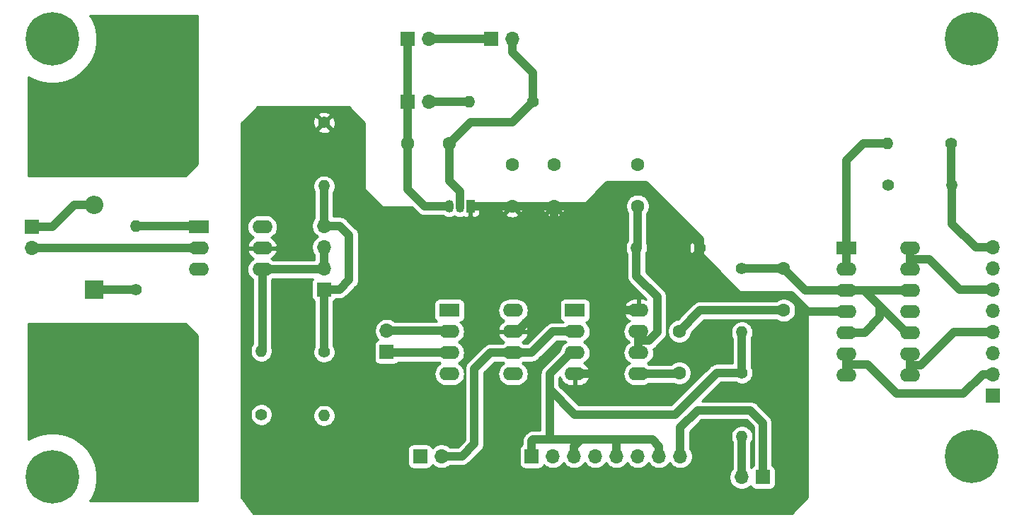
<source format=gbr>
G04 #@! TF.GenerationSoftware,KiCad,Pcbnew,(5.1.9)-1*
G04 #@! TF.CreationDate,2021-05-01T23:11:56+02:00*
G04 #@! TF.ProjectId,usb_pcb,7573625f-7063-4622-9e6b-696361645f70,0*
G04 #@! TF.SameCoordinates,Original*
G04 #@! TF.FileFunction,Copper,L1,Top*
G04 #@! TF.FilePolarity,Positive*
%FSLAX46Y46*%
G04 Gerber Fmt 4.6, Leading zero omitted, Abs format (unit mm)*
G04 Created by KiCad (PCBNEW (5.1.9)-1) date 2021-05-01 23:11:56*
%MOMM*%
%LPD*%
G01*
G04 APERTURE LIST*
G04 #@! TA.AperFunction,ComponentPad*
%ADD10C,0.800000*%
G04 #@! TD*
G04 #@! TA.AperFunction,ComponentPad*
%ADD11C,6.400000*%
G04 #@! TD*
G04 #@! TA.AperFunction,ComponentPad*
%ADD12O,1.700000X1.700000*%
G04 #@! TD*
G04 #@! TA.AperFunction,ComponentPad*
%ADD13R,1.700000X1.700000*%
G04 #@! TD*
G04 #@! TA.AperFunction,ComponentPad*
%ADD14O,1.400000X1.400000*%
G04 #@! TD*
G04 #@! TA.AperFunction,ComponentPad*
%ADD15C,1.400000*%
G04 #@! TD*
G04 #@! TA.AperFunction,ComponentPad*
%ADD16R,1.050000X1.500000*%
G04 #@! TD*
G04 #@! TA.AperFunction,ComponentPad*
%ADD17O,1.050000X1.500000*%
G04 #@! TD*
G04 #@! TA.AperFunction,ComponentPad*
%ADD18O,2.200000X2.200000*%
G04 #@! TD*
G04 #@! TA.AperFunction,ComponentPad*
%ADD19R,2.200000X2.200000*%
G04 #@! TD*
G04 #@! TA.AperFunction,ComponentPad*
%ADD20C,1.600000*%
G04 #@! TD*
G04 #@! TA.AperFunction,ComponentPad*
%ADD21O,2.400000X1.600000*%
G04 #@! TD*
G04 #@! TA.AperFunction,ComponentPad*
%ADD22R,2.400000X1.600000*%
G04 #@! TD*
G04 #@! TA.AperFunction,Conductor*
%ADD23C,1.000000*%
G04 #@! TD*
G04 #@! TA.AperFunction,NonConductor*
%ADD24C,0.254000*%
G04 #@! TD*
G04 #@! TA.AperFunction,NonConductor*
%ADD25C,0.100000*%
G04 #@! TD*
G04 #@! TA.AperFunction,Conductor*
%ADD26C,0.254000*%
G04 #@! TD*
G04 #@! TA.AperFunction,Conductor*
%ADD27C,0.100000*%
G04 #@! TD*
G04 APERTURE END LIST*
D10*
X59197056Y-100802944D03*
X57500000Y-100100000D03*
X55802944Y-100802944D03*
X55100000Y-102500000D03*
X55802944Y-104197056D03*
X57500000Y-104900000D03*
X59197056Y-104197056D03*
X59900000Y-102500000D03*
D11*
X57500000Y-102500000D03*
D10*
X59197056Y-48302944D03*
X57500000Y-47600000D03*
X55802944Y-48302944D03*
X55100000Y-50000000D03*
X55802944Y-51697056D03*
X57500000Y-52400000D03*
X59197056Y-51697056D03*
X59900000Y-50000000D03*
D11*
X57500000Y-50000000D03*
D10*
X169197056Y-98302944D03*
X167500000Y-97600000D03*
X165802944Y-98302944D03*
X165100000Y-100000000D03*
X165802944Y-101697056D03*
X167500000Y-102400000D03*
X169197056Y-101697056D03*
X169900000Y-100000000D03*
D11*
X167500000Y-100000000D03*
D10*
X169197056Y-48302944D03*
X167500000Y-47600000D03*
X165802944Y-48302944D03*
X165100000Y-50000000D03*
X165802944Y-51697056D03*
X167500000Y-52400000D03*
X169197056Y-51697056D03*
X169900000Y-50000000D03*
D11*
X167500000Y-50000000D03*
D12*
X90000000Y-72380000D03*
X90000000Y-74920000D03*
X90000000Y-77460000D03*
D13*
X90000000Y-80000000D03*
D12*
X170000000Y-74960000D03*
X170000000Y-77500000D03*
X170000000Y-80040000D03*
X170000000Y-82580000D03*
X170000000Y-85120000D03*
X170000000Y-87660000D03*
X170000000Y-90200000D03*
D13*
X170000000Y-92740000D03*
D12*
X132620000Y-100000000D03*
X130080000Y-100000000D03*
X127540000Y-100000000D03*
X125000000Y-100000000D03*
X122460000Y-100000000D03*
X119920000Y-100000000D03*
X117380000Y-100000000D03*
D13*
X114840000Y-100000000D03*
D14*
X107380000Y-57500000D03*
D15*
X115000000Y-57500000D03*
D12*
X112540000Y-50000000D03*
D13*
X110000000Y-50000000D03*
D12*
X102540000Y-57500000D03*
D13*
X100000000Y-57500000D03*
D12*
X102540000Y-50000000D03*
D13*
X100000000Y-50000000D03*
D12*
X139960000Y-102500000D03*
D13*
X142500000Y-102500000D03*
D12*
X97500000Y-84960000D03*
D13*
X97500000Y-87500000D03*
D12*
X104040000Y-100000000D03*
D13*
X101500000Y-100000000D03*
D12*
X55000000Y-75040000D03*
D13*
X55000000Y-72500000D03*
D16*
X107500000Y-70000000D03*
D17*
X104960000Y-70000000D03*
X106230000Y-70000000D03*
D14*
X165120000Y-67500000D03*
D15*
X157500000Y-67500000D03*
D14*
X157380000Y-62500000D03*
D15*
X165000000Y-62500000D03*
D14*
X67500000Y-72380000D03*
D15*
X67500000Y-80000000D03*
D18*
X62500000Y-69840000D03*
D19*
X62500000Y-80000000D03*
D20*
X105000000Y-62500000D03*
X100000000Y-62500000D03*
D21*
X160120000Y-75000000D03*
X152500000Y-90240000D03*
X160120000Y-77540000D03*
X152500000Y-87700000D03*
X160120000Y-80080000D03*
X152500000Y-85160000D03*
X160120000Y-82620000D03*
X152500000Y-82620000D03*
X160120000Y-85160000D03*
X152500000Y-80080000D03*
X160120000Y-87700000D03*
X152500000Y-77540000D03*
X160120000Y-90240000D03*
D22*
X152500000Y-75000000D03*
D21*
X112620000Y-82500000D03*
X105000000Y-90120000D03*
X112620000Y-85040000D03*
X105000000Y-87580000D03*
X112620000Y-87580000D03*
X105000000Y-85040000D03*
X112620000Y-90120000D03*
D22*
X105000000Y-82500000D03*
D21*
X82620000Y-72500000D03*
X75000000Y-77580000D03*
X82620000Y-75040000D03*
X75000000Y-75040000D03*
X82620000Y-77580000D03*
D22*
X75000000Y-72500000D03*
D21*
X127620000Y-82500000D03*
X120000000Y-90120000D03*
X127620000Y-85040000D03*
X120000000Y-87580000D03*
X127620000Y-87580000D03*
X120000000Y-85040000D03*
X127620000Y-90120000D03*
D22*
X120000000Y-82500000D03*
D14*
X90000000Y-95120000D03*
D15*
X90000000Y-87500000D03*
D14*
X90000000Y-67620000D03*
D15*
X90000000Y-60000000D03*
D14*
X140000000Y-85120000D03*
D15*
X140000000Y-77500000D03*
D14*
X82500000Y-87380000D03*
D15*
X82500000Y-95000000D03*
D14*
X127380000Y-75000000D03*
D15*
X135000000Y-75000000D03*
D14*
X140000000Y-97620000D03*
D15*
X140000000Y-90000000D03*
D20*
X117500000Y-65000000D03*
X117500000Y-70000000D03*
X112500000Y-65000000D03*
X112500000Y-70000000D03*
X127500000Y-65000000D03*
X127500000Y-70000000D03*
X145000000Y-82500000D03*
X145000000Y-77500000D03*
X132500000Y-85000000D03*
X132500000Y-90000000D03*
D23*
X169960000Y-82620000D02*
X170000000Y-82580000D01*
X112540000Y-50000000D02*
X112540000Y-51540000D01*
X112540000Y-51540000D02*
X115000000Y-54000000D01*
X115000000Y-54000000D02*
X115000000Y-57500000D01*
X89880000Y-95000000D02*
X90000000Y-95120000D01*
X112500000Y-60000000D02*
X115000000Y-57500000D01*
X105000000Y-62500000D02*
X107500000Y-60000000D01*
X107500000Y-60000000D02*
X112500000Y-60000000D01*
X135000000Y-82500000D02*
X132500000Y-85000000D01*
X145000000Y-82500000D02*
X135000000Y-82500000D01*
X142500000Y-96000000D02*
X142500000Y-102500000D01*
X141000000Y-94500000D02*
X142500000Y-96000000D01*
X134677902Y-94500000D02*
X141000000Y-94500000D01*
X132620000Y-96557902D02*
X134677902Y-94500000D01*
X132620000Y-100000000D02*
X132620000Y-96557902D01*
X106230000Y-70000000D02*
X106230000Y-68230000D01*
X105000000Y-67000000D02*
X105000000Y-62500000D01*
X106230000Y-68230000D02*
X105000000Y-67000000D01*
X132380000Y-90120000D02*
X132500000Y-90000000D01*
X127620000Y-90120000D02*
X132380000Y-90120000D01*
X112500000Y-70000000D02*
X117500000Y-70000000D01*
X117500000Y-71131370D02*
X117500000Y-70000000D01*
X127620000Y-82500000D02*
X127220000Y-82500000D01*
X122200000Y-90120000D02*
X124360000Y-87960000D01*
X120000000Y-90120000D02*
X122200000Y-90120000D01*
X124360000Y-79640000D02*
X117500000Y-72780000D01*
X124360000Y-81440000D02*
X124360000Y-81360000D01*
X125420000Y-82500000D02*
X124360000Y-81440000D01*
X127620000Y-82500000D02*
X125420000Y-82500000D01*
X124360000Y-87960000D02*
X124360000Y-81360000D01*
X124360000Y-81360000D02*
X124360000Y-79640000D01*
X112620000Y-85040000D02*
X113082167Y-85040000D01*
X113082167Y-85040000D02*
X117500000Y-80622167D01*
X117500000Y-72780000D02*
X117500000Y-71500000D01*
X117500000Y-80622167D02*
X117500000Y-71500000D01*
X117500000Y-71500000D02*
X117500000Y-71131370D01*
X147843202Y-82620000D02*
X152500000Y-82620000D01*
X89960000Y-59960000D02*
X90000000Y-60000000D01*
X112500000Y-70000000D02*
X107795010Y-70000000D01*
X135000000Y-74010051D02*
X128489949Y-67500000D01*
X135000000Y-75000000D02*
X135000000Y-74010051D01*
X128489949Y-67500000D02*
X124000000Y-67500000D01*
X121500000Y-70000000D02*
X117500000Y-70000000D01*
X124000000Y-67500000D02*
X121500000Y-70000000D01*
X135000000Y-75000000D02*
X135000000Y-76000000D01*
X145883201Y-80659999D02*
X147843202Y-82620000D01*
X139659999Y-80659999D02*
X145883201Y-80659999D01*
X135000000Y-76000000D02*
X139659999Y-80659999D01*
X140000000Y-77500000D02*
X145000000Y-77500000D01*
X147580000Y-80080000D02*
X145000000Y-77500000D01*
X152500000Y-80080000D02*
X147580000Y-80080000D01*
X152500000Y-80080000D02*
X160120000Y-80080000D01*
X159657833Y-85160000D02*
X160120000Y-85160000D01*
X152500000Y-80080000D02*
X154577833Y-80080000D01*
X154700000Y-85160000D02*
X152500000Y-85160000D01*
X156498917Y-82001083D02*
X156498917Y-83361083D01*
X156498917Y-82001083D02*
X159657833Y-85160000D01*
X154577833Y-80080000D02*
X156498917Y-82001083D01*
X156498917Y-83361083D02*
X154700000Y-85160000D01*
X127500000Y-74880000D02*
X127380000Y-75000000D01*
X127500000Y-70000000D02*
X127500000Y-74880000D01*
X127620000Y-86120000D02*
X127620000Y-85502167D01*
X127620000Y-87580000D02*
X127620000Y-86120000D01*
X128880000Y-86120000D02*
X127620000Y-86120000D01*
X129860010Y-80860010D02*
X129860010Y-85139990D01*
X127380000Y-75000000D02*
X127380000Y-78380000D01*
X129860010Y-85139990D02*
X128880000Y-86120000D01*
X127380000Y-78380000D02*
X129860010Y-80860010D01*
X100000000Y-50000000D02*
X100000000Y-57500000D01*
X100000000Y-57500000D02*
X100000000Y-62500000D01*
X100000000Y-62500000D02*
X100000000Y-68000000D01*
X102000000Y-70000000D02*
X104664990Y-70000000D01*
X100000000Y-68000000D02*
X102000000Y-70000000D01*
X60160000Y-69840000D02*
X62500000Y-69840000D01*
X55000000Y-72500000D02*
X57500000Y-72500000D01*
X57500000Y-72500000D02*
X60160000Y-69840000D01*
X62500000Y-80000000D02*
X67500000Y-80000000D01*
X120000000Y-87580000D02*
X120462167Y-87580000D01*
X125000000Y-98797919D02*
X125000000Y-100000000D01*
X125000000Y-98000000D02*
X125000000Y-98797919D01*
X119920000Y-98797919D02*
X120717919Y-98000000D01*
X119920000Y-100000000D02*
X119920000Y-98797919D01*
X130080000Y-98797919D02*
X130080000Y-100000000D01*
X129282081Y-98000000D02*
X130080000Y-98797919D01*
X125000000Y-98000000D02*
X129282081Y-98000000D01*
X121500000Y-98000000D02*
X125000000Y-98000000D01*
X120717919Y-98000000D02*
X121500000Y-98000000D01*
X114840000Y-98150000D02*
X114840000Y-100000000D01*
X114990000Y-98000000D02*
X114840000Y-98150000D01*
X140000000Y-90000000D02*
X140000000Y-85120000D01*
X140000000Y-90000000D02*
X137000000Y-90000000D01*
X137000000Y-90000000D02*
X132000000Y-95000000D01*
X119537833Y-87580000D02*
X117000000Y-90117833D01*
X120000000Y-87580000D02*
X119537833Y-87580000D01*
X121500000Y-98000000D02*
X117000000Y-98000000D01*
X117000000Y-98000000D02*
X114990000Y-98000000D01*
X117000000Y-92000000D02*
X120000000Y-95000000D01*
X117000000Y-90117833D02*
X117000000Y-92000000D01*
X120000000Y-95000000D02*
X128000000Y-95000000D01*
X132000000Y-95000000D02*
X128000000Y-95000000D01*
X128000000Y-95000000D02*
X127000000Y-95000000D01*
X117000000Y-90117833D02*
X117000000Y-98000000D01*
X74880000Y-72380000D02*
X75000000Y-72500000D01*
X67500000Y-72380000D02*
X74880000Y-72380000D01*
X152500000Y-77540000D02*
X152500000Y-75000000D01*
X154500000Y-62500000D02*
X157380000Y-62500000D01*
X152500000Y-75000000D02*
X152500000Y-64500000D01*
X152500000Y-64500000D02*
X154500000Y-62500000D01*
X117360000Y-85040000D02*
X117800000Y-85040000D01*
X117800000Y-85040000D02*
X120000000Y-85040000D01*
X114820000Y-87580000D02*
X117360000Y-85040000D01*
X112620000Y-87580000D02*
X114820000Y-87580000D01*
X55000000Y-75040000D02*
X75000000Y-75040000D01*
X89880000Y-77580000D02*
X90000000Y-77460000D01*
X82620000Y-77580000D02*
X84820000Y-77580000D01*
X90000000Y-77460000D02*
X90000000Y-74920000D01*
X86420000Y-77580000D02*
X89880000Y-77580000D01*
X82620000Y-77580000D02*
X86420000Y-77580000D01*
X82620000Y-87260000D02*
X82500000Y-87380000D01*
X82620000Y-77580000D02*
X82620000Y-87260000D01*
X90000000Y-72380000D02*
X90000000Y-67620000D01*
X90000000Y-80000000D02*
X90000000Y-87500000D01*
X90000000Y-72380000D02*
X91880000Y-72380000D01*
X91880000Y-72380000D02*
X93000000Y-73500000D01*
X91850000Y-80000000D02*
X90000000Y-80000000D01*
X93000000Y-78850000D02*
X91850000Y-80000000D01*
X93000000Y-73500000D02*
X93000000Y-78850000D01*
X104920000Y-84960000D02*
X105000000Y-85040000D01*
X97500000Y-84960000D02*
X104920000Y-84960000D01*
X97580000Y-87580000D02*
X97500000Y-87500000D01*
X105000000Y-87580000D02*
X97580000Y-87580000D01*
X139960000Y-97660000D02*
X140000000Y-97620000D01*
X139960000Y-102500000D02*
X139960000Y-97660000D01*
X152500000Y-90240000D02*
X152900000Y-90240000D01*
X152500000Y-89000000D02*
X152500000Y-87700000D01*
X152500000Y-90240000D02*
X152500000Y-89000000D01*
X158500000Y-92500000D02*
X166497919Y-92500000D01*
X168797919Y-90200000D02*
X170000000Y-90200000D01*
X152500000Y-89000000D02*
X155000000Y-89000000D01*
X166497919Y-92500000D02*
X168797919Y-90200000D01*
X155000000Y-89000000D02*
X158500000Y-92500000D01*
X110000000Y-50000000D02*
X102540000Y-50000000D01*
X102540000Y-57500000D02*
X107380000Y-57500000D01*
X170000000Y-74960000D02*
X167960000Y-74960000D01*
X165120000Y-72120000D02*
X165120000Y-67500000D01*
X167960000Y-74960000D02*
X165120000Y-72120000D01*
X165000000Y-62500000D02*
X165000000Y-67380000D01*
X165000000Y-67380000D02*
X165120000Y-67500000D01*
X160120000Y-76380000D02*
X160120000Y-77540000D01*
X160120000Y-75000000D02*
X160120000Y-76380000D01*
X168797919Y-80040000D02*
X170000000Y-80040000D01*
X160120000Y-76380000D02*
X162380000Y-76380000D01*
X166040000Y-80040000D02*
X168797919Y-80040000D01*
X162380000Y-76380000D02*
X166040000Y-80040000D01*
X168797919Y-85120000D02*
X170000000Y-85120000D01*
X160120000Y-89120000D02*
X160120000Y-87700000D01*
X160120000Y-90240000D02*
X160120000Y-89120000D01*
X165380000Y-85120000D02*
X170000000Y-85120000D01*
X160120000Y-89120000D02*
X161380000Y-89120000D01*
X161380000Y-89120000D02*
X165380000Y-85120000D01*
X112620000Y-87580000D02*
X109920000Y-87580000D01*
X109920000Y-87580000D02*
X108000000Y-89500000D01*
X108000000Y-89500000D02*
X108000000Y-98500000D01*
X106500000Y-100000000D02*
X104040000Y-100000000D01*
X108000000Y-98500000D02*
X106500000Y-100000000D01*
D24*
X74873000Y-64947394D02*
X73447394Y-66373000D01*
X54652000Y-66373000D01*
X54652000Y-54503756D01*
X54976719Y-54720726D01*
X55946171Y-55122286D01*
X56975336Y-55327000D01*
X58024664Y-55327000D01*
X59053829Y-55122286D01*
X60023281Y-54720726D01*
X60895765Y-54137751D01*
X61637751Y-53395765D01*
X62220726Y-52523281D01*
X62622286Y-51553829D01*
X62827000Y-50524664D01*
X62827000Y-49475336D01*
X62622286Y-48446171D01*
X62220726Y-47476719D01*
X62003756Y-47152000D01*
X74873000Y-47152000D01*
X74873000Y-64947394D01*
G04 #@! TA.AperFunction,NonConductor*
D25*
G36*
X74873000Y-64947394D02*
G01*
X73447394Y-66373000D01*
X54652000Y-66373000D01*
X54652000Y-54503756D01*
X54976719Y-54720726D01*
X55946171Y-55122286D01*
X56975336Y-55327000D01*
X58024664Y-55327000D01*
X59053829Y-55122286D01*
X60023281Y-54720726D01*
X60895765Y-54137751D01*
X61637751Y-53395765D01*
X62220726Y-52523281D01*
X62622286Y-51553829D01*
X62827000Y-50524664D01*
X62827000Y-49475336D01*
X62622286Y-48446171D01*
X62220726Y-47476719D01*
X62003756Y-47152000D01*
X74873000Y-47152000D01*
X74873000Y-64947394D01*
G37*
G04 #@! TD.AperFunction*
D24*
X74873000Y-85552606D02*
X74873000Y-105348000D01*
X62003756Y-105348000D01*
X62220726Y-105023281D01*
X62622286Y-104053829D01*
X62827000Y-103024664D01*
X62827000Y-101975336D01*
X62622286Y-100946171D01*
X62220726Y-99976719D01*
X61637751Y-99104235D01*
X60895765Y-98362249D01*
X60023281Y-97779274D01*
X59053829Y-97377714D01*
X58024664Y-97173000D01*
X56975336Y-97173000D01*
X55946171Y-97377714D01*
X54976719Y-97779274D01*
X54652000Y-97996244D01*
X54652000Y-84127000D01*
X73447394Y-84127000D01*
X74873000Y-85552606D01*
G04 #@! TA.AperFunction,NonConductor*
D25*
G36*
X74873000Y-85552606D02*
G01*
X74873000Y-105348000D01*
X62003756Y-105348000D01*
X62220726Y-105023281D01*
X62622286Y-104053829D01*
X62827000Y-103024664D01*
X62827000Y-101975336D01*
X62622286Y-100946171D01*
X62220726Y-99976719D01*
X61637751Y-99104235D01*
X60895765Y-98362249D01*
X60023281Y-97779274D01*
X59053829Y-97377714D01*
X58024664Y-97173000D01*
X56975336Y-97173000D01*
X55946171Y-97377714D01*
X54976719Y-97779274D01*
X54652000Y-97996244D01*
X54652000Y-84127000D01*
X73447394Y-84127000D01*
X74873000Y-85552606D01*
G37*
G04 #@! TD.AperFunction*
D26*
X94873000Y-60052606D02*
X94873000Y-68000000D01*
X94875440Y-68024776D01*
X94882667Y-68048601D01*
X94894403Y-68070557D01*
X94910197Y-68089803D01*
X96910197Y-70089803D01*
X96929443Y-70105597D01*
X96951399Y-70117333D01*
X96975224Y-70124560D01*
X97000000Y-70127000D01*
X100521868Y-70127000D01*
X101158009Y-70763141D01*
X101193551Y-70806449D01*
X101366377Y-70948284D01*
X101563553Y-71053676D01*
X101727705Y-71103471D01*
X101777500Y-71118577D01*
X101999999Y-71140491D01*
X102055751Y-71135000D01*
X104240321Y-71135000D01*
X104312421Y-71194171D01*
X104513940Y-71301885D01*
X104732600Y-71368215D01*
X104960000Y-71390612D01*
X105187399Y-71368215D01*
X105406059Y-71301885D01*
X105594999Y-71200894D01*
X105783940Y-71301885D01*
X106002600Y-71368215D01*
X106230000Y-71390612D01*
X106457399Y-71368215D01*
X106666098Y-71304907D01*
X106730820Y-71339502D01*
X106850518Y-71375812D01*
X106975000Y-71388072D01*
X107214250Y-71385000D01*
X107373000Y-71226250D01*
X107373000Y-70453109D01*
X107373215Y-70452400D01*
X107390000Y-70281979D01*
X107390000Y-70127000D01*
X107627000Y-70127000D01*
X107627000Y-71226250D01*
X107785750Y-71385000D01*
X108025000Y-71388072D01*
X108149482Y-71375812D01*
X108269180Y-71339502D01*
X108379494Y-71280537D01*
X108476185Y-71201185D01*
X108555537Y-71104494D01*
X108614502Y-70994180D01*
X108614950Y-70992702D01*
X111686903Y-70992702D01*
X111758486Y-71236671D01*
X112013996Y-71357571D01*
X112288184Y-71426300D01*
X112570512Y-71440217D01*
X112850130Y-71398787D01*
X113116292Y-71303603D01*
X113241514Y-71236671D01*
X113313097Y-70992702D01*
X116686903Y-70992702D01*
X116758486Y-71236671D01*
X117013996Y-71357571D01*
X117288184Y-71426300D01*
X117570512Y-71440217D01*
X117850130Y-71398787D01*
X118116292Y-71303603D01*
X118241514Y-71236671D01*
X118313097Y-70992702D01*
X117500000Y-70179605D01*
X116686903Y-70992702D01*
X113313097Y-70992702D01*
X112500000Y-70179605D01*
X111686903Y-70992702D01*
X108614950Y-70992702D01*
X108650812Y-70874482D01*
X108663072Y-70750000D01*
X108660000Y-70285750D01*
X108501252Y-70127002D01*
X108660000Y-70127002D01*
X108660000Y-70127000D01*
X111068153Y-70127000D01*
X111101213Y-70350130D01*
X111196397Y-70616292D01*
X111263329Y-70741514D01*
X111507298Y-70813097D01*
X112193395Y-70127000D01*
X112806605Y-70127000D01*
X113492702Y-70813097D01*
X113736671Y-70741514D01*
X113857571Y-70486004D01*
X113926300Y-70211816D01*
X113930481Y-70127000D01*
X116068153Y-70127000D01*
X116101213Y-70350130D01*
X116196397Y-70616292D01*
X116263329Y-70741514D01*
X116507298Y-70813097D01*
X117193395Y-70127000D01*
X117806605Y-70127000D01*
X118492702Y-70813097D01*
X118736671Y-70741514D01*
X118857571Y-70486004D01*
X118926300Y-70211816D01*
X118930481Y-70127000D01*
X121500000Y-70127000D01*
X121524776Y-70124560D01*
X121548601Y-70117333D01*
X121570557Y-70105597D01*
X121589803Y-70089803D01*
X124052606Y-67627000D01*
X128450345Y-67627000D01*
X134873000Y-73555605D01*
X134873000Y-73668749D01*
X134665656Y-73700875D01*
X134418634Y-73791065D01*
X134317797Y-73844963D01*
X134258336Y-74078731D01*
X134873000Y-74693395D01*
X134873000Y-75306605D01*
X134258336Y-75921269D01*
X134317797Y-76155037D01*
X134556242Y-76265934D01*
X134811740Y-76328183D01*
X135074473Y-76339390D01*
X135148339Y-76327945D01*
X139410197Y-80589803D01*
X139429443Y-80605597D01*
X139451399Y-80617333D01*
X139475224Y-80624560D01*
X139500000Y-80627000D01*
X145455451Y-80627000D01*
X147873000Y-82561039D01*
X147873000Y-104947394D01*
X145980394Y-106840000D01*
X81538750Y-106840000D01*
X80127000Y-104957667D01*
X80127000Y-99150000D01*
X100011928Y-99150000D01*
X100011928Y-100850000D01*
X100024188Y-100974482D01*
X100060498Y-101094180D01*
X100119463Y-101204494D01*
X100198815Y-101301185D01*
X100295506Y-101380537D01*
X100405820Y-101439502D01*
X100525518Y-101475812D01*
X100650000Y-101488072D01*
X102350000Y-101488072D01*
X102474482Y-101475812D01*
X102594180Y-101439502D01*
X102704494Y-101380537D01*
X102801185Y-101301185D01*
X102880537Y-101204494D01*
X102939502Y-101094180D01*
X102961513Y-101021620D01*
X103093368Y-101153475D01*
X103336589Y-101315990D01*
X103606842Y-101427932D01*
X103893740Y-101485000D01*
X104186260Y-101485000D01*
X104473158Y-101427932D01*
X104743411Y-101315990D01*
X104986632Y-101153475D01*
X105005107Y-101135000D01*
X106444249Y-101135000D01*
X106500000Y-101140491D01*
X106555751Y-101135000D01*
X106555752Y-101135000D01*
X106722499Y-101118577D01*
X106936447Y-101053676D01*
X107133623Y-100948284D01*
X107306449Y-100806449D01*
X107341996Y-100763135D01*
X108763140Y-99341992D01*
X108806449Y-99306449D01*
X108948284Y-99133623D01*
X109053676Y-98936447D01*
X109118577Y-98722499D01*
X109135000Y-98555752D01*
X109135000Y-98555743D01*
X109140490Y-98500001D01*
X109135000Y-98444259D01*
X109135000Y-89970131D01*
X110390132Y-88715000D01*
X111340998Y-88715000D01*
X111418899Y-88778932D01*
X111551858Y-88850000D01*
X111418899Y-88921068D01*
X111200392Y-89100392D01*
X111021068Y-89318899D01*
X110887818Y-89568192D01*
X110805764Y-89838691D01*
X110778057Y-90120000D01*
X110805764Y-90401309D01*
X110887818Y-90671808D01*
X111021068Y-90921101D01*
X111200392Y-91139608D01*
X111418899Y-91318932D01*
X111668192Y-91452182D01*
X111938691Y-91534236D01*
X112149508Y-91555000D01*
X113090492Y-91555000D01*
X113301309Y-91534236D01*
X113571808Y-91452182D01*
X113821101Y-91318932D01*
X114039608Y-91139608D01*
X114218932Y-90921101D01*
X114352182Y-90671808D01*
X114434236Y-90401309D01*
X114461943Y-90120000D01*
X114434236Y-89838691D01*
X114352182Y-89568192D01*
X114218932Y-89318899D01*
X114039608Y-89100392D01*
X113821101Y-88921068D01*
X113688142Y-88850000D01*
X113821101Y-88778932D01*
X113899002Y-88715000D01*
X114764249Y-88715000D01*
X114820000Y-88720491D01*
X114875751Y-88715000D01*
X114875752Y-88715000D01*
X115042499Y-88698577D01*
X115256447Y-88633676D01*
X115453623Y-88528284D01*
X115626449Y-88386449D01*
X115661996Y-88343135D01*
X117830132Y-86175000D01*
X118720998Y-86175000D01*
X118798899Y-86238932D01*
X118931858Y-86310000D01*
X118798899Y-86381068D01*
X118580392Y-86560392D01*
X118401068Y-86778899D01*
X118267818Y-87028192D01*
X118185764Y-87298691D01*
X118182678Y-87330023D01*
X116236865Y-89275837D01*
X116193551Y-89311384D01*
X116051716Y-89484210D01*
X115999754Y-89581426D01*
X115946324Y-89681387D01*
X115881423Y-89895335D01*
X115859509Y-90117833D01*
X115865000Y-90173585D01*
X115865000Y-91944246D01*
X115859509Y-92000000D01*
X115865000Y-92055752D01*
X115865001Y-96865000D01*
X115045751Y-96865000D01*
X114989999Y-96859509D01*
X114934248Y-96865000D01*
X114767501Y-96881423D01*
X114553553Y-96946324D01*
X114356377Y-97051716D01*
X114183551Y-97193551D01*
X114148004Y-97236865D01*
X114076865Y-97308004D01*
X114033551Y-97343551D01*
X113891716Y-97516377D01*
X113797015Y-97693552D01*
X113786324Y-97713554D01*
X113721423Y-97927502D01*
X113699509Y-98150000D01*
X113705000Y-98205752D01*
X113705000Y-98582317D01*
X113635506Y-98619463D01*
X113538815Y-98698815D01*
X113459463Y-98795506D01*
X113400498Y-98905820D01*
X113364188Y-99025518D01*
X113351928Y-99150000D01*
X113351928Y-100850000D01*
X113364188Y-100974482D01*
X113400498Y-101094180D01*
X113459463Y-101204494D01*
X113538815Y-101301185D01*
X113635506Y-101380537D01*
X113745820Y-101439502D01*
X113865518Y-101475812D01*
X113990000Y-101488072D01*
X115690000Y-101488072D01*
X115814482Y-101475812D01*
X115934180Y-101439502D01*
X116044494Y-101380537D01*
X116141185Y-101301185D01*
X116220537Y-101204494D01*
X116279502Y-101094180D01*
X116301513Y-101021620D01*
X116433368Y-101153475D01*
X116676589Y-101315990D01*
X116946842Y-101427932D01*
X117233740Y-101485000D01*
X117526260Y-101485000D01*
X117813158Y-101427932D01*
X118083411Y-101315990D01*
X118326632Y-101153475D01*
X118533475Y-100946632D01*
X118650000Y-100772240D01*
X118766525Y-100946632D01*
X118973368Y-101153475D01*
X119216589Y-101315990D01*
X119486842Y-101427932D01*
X119773740Y-101485000D01*
X120066260Y-101485000D01*
X120353158Y-101427932D01*
X120623411Y-101315990D01*
X120866632Y-101153475D01*
X121073475Y-100946632D01*
X121190000Y-100772240D01*
X121306525Y-100946632D01*
X121513368Y-101153475D01*
X121756589Y-101315990D01*
X122026842Y-101427932D01*
X122313740Y-101485000D01*
X122606260Y-101485000D01*
X122893158Y-101427932D01*
X123163411Y-101315990D01*
X123406632Y-101153475D01*
X123613475Y-100946632D01*
X123730000Y-100772240D01*
X123846525Y-100946632D01*
X124053368Y-101153475D01*
X124296589Y-101315990D01*
X124566842Y-101427932D01*
X124853740Y-101485000D01*
X125146260Y-101485000D01*
X125433158Y-101427932D01*
X125703411Y-101315990D01*
X125946632Y-101153475D01*
X126153475Y-100946632D01*
X126270000Y-100772240D01*
X126386525Y-100946632D01*
X126593368Y-101153475D01*
X126836589Y-101315990D01*
X127106842Y-101427932D01*
X127393740Y-101485000D01*
X127686260Y-101485000D01*
X127973158Y-101427932D01*
X128243411Y-101315990D01*
X128486632Y-101153475D01*
X128693475Y-100946632D01*
X128810000Y-100772240D01*
X128926525Y-100946632D01*
X129133368Y-101153475D01*
X129376589Y-101315990D01*
X129646842Y-101427932D01*
X129933740Y-101485000D01*
X130226260Y-101485000D01*
X130513158Y-101427932D01*
X130783411Y-101315990D01*
X131026632Y-101153475D01*
X131233475Y-100946632D01*
X131350000Y-100772240D01*
X131466525Y-100946632D01*
X131673368Y-101153475D01*
X131916589Y-101315990D01*
X132186842Y-101427932D01*
X132473740Y-101485000D01*
X132766260Y-101485000D01*
X133053158Y-101427932D01*
X133323411Y-101315990D01*
X133566632Y-101153475D01*
X133773475Y-100946632D01*
X133935990Y-100703411D01*
X134047932Y-100433158D01*
X134105000Y-100146260D01*
X134105000Y-99853740D01*
X134047932Y-99566842D01*
X133935990Y-99296589D01*
X133773475Y-99053368D01*
X133755000Y-99034893D01*
X133755000Y-97028033D01*
X135148034Y-95635000D01*
X140529869Y-95635000D01*
X141365000Y-96470132D01*
X141365001Y-101082317D01*
X141295506Y-101119463D01*
X141198815Y-101198815D01*
X141119463Y-101295506D01*
X141095000Y-101341272D01*
X141095000Y-98384152D01*
X141183061Y-98252359D01*
X141283696Y-98009405D01*
X141335000Y-97751486D01*
X141335000Y-97488514D01*
X141283696Y-97230595D01*
X141183061Y-96987641D01*
X141036962Y-96768987D01*
X140851013Y-96583038D01*
X140632359Y-96436939D01*
X140389405Y-96336304D01*
X140131486Y-96285000D01*
X139868514Y-96285000D01*
X139610595Y-96336304D01*
X139367641Y-96436939D01*
X139148987Y-96583038D01*
X138963038Y-96768987D01*
X138816939Y-96987641D01*
X138716304Y-97230595D01*
X138665000Y-97488514D01*
X138665000Y-97751486D01*
X138716304Y-98009405D01*
X138816939Y-98252359D01*
X138825001Y-98264425D01*
X138825000Y-101534893D01*
X138806525Y-101553368D01*
X138644010Y-101796589D01*
X138532068Y-102066842D01*
X138475000Y-102353740D01*
X138475000Y-102646260D01*
X138532068Y-102933158D01*
X138644010Y-103203411D01*
X138806525Y-103446632D01*
X139013368Y-103653475D01*
X139256589Y-103815990D01*
X139526842Y-103927932D01*
X139813740Y-103985000D01*
X140106260Y-103985000D01*
X140393158Y-103927932D01*
X140663411Y-103815990D01*
X140906632Y-103653475D01*
X141038487Y-103521620D01*
X141060498Y-103594180D01*
X141119463Y-103704494D01*
X141198815Y-103801185D01*
X141295506Y-103880537D01*
X141405820Y-103939502D01*
X141525518Y-103975812D01*
X141650000Y-103988072D01*
X143350000Y-103988072D01*
X143474482Y-103975812D01*
X143594180Y-103939502D01*
X143704494Y-103880537D01*
X143801185Y-103801185D01*
X143880537Y-103704494D01*
X143939502Y-103594180D01*
X143975812Y-103474482D01*
X143988072Y-103350000D01*
X143988072Y-101650000D01*
X143975812Y-101525518D01*
X143939502Y-101405820D01*
X143880537Y-101295506D01*
X143801185Y-101198815D01*
X143704494Y-101119463D01*
X143635000Y-101082317D01*
X143635000Y-96055741D01*
X143640490Y-95999999D01*
X143635000Y-95944257D01*
X143635000Y-95944248D01*
X143618577Y-95777501D01*
X143553676Y-95563553D01*
X143448284Y-95366377D01*
X143306449Y-95193551D01*
X143263140Y-95158008D01*
X141841996Y-93736865D01*
X141806449Y-93693551D01*
X141633623Y-93551716D01*
X141436447Y-93446324D01*
X141222499Y-93381423D01*
X141055752Y-93365000D01*
X141055751Y-93365000D01*
X141000000Y-93359509D01*
X140944249Y-93365000D01*
X135240131Y-93365000D01*
X137470132Y-91135000D01*
X139295712Y-91135000D01*
X139367641Y-91183061D01*
X139610595Y-91283696D01*
X139868514Y-91335000D01*
X140131486Y-91335000D01*
X140389405Y-91283696D01*
X140632359Y-91183061D01*
X140851013Y-91036962D01*
X141036962Y-90851013D01*
X141183061Y-90632359D01*
X141283696Y-90389405D01*
X141335000Y-90131486D01*
X141335000Y-89868514D01*
X141283696Y-89610595D01*
X141183061Y-89367641D01*
X141135000Y-89295712D01*
X141135000Y-85824288D01*
X141183061Y-85752359D01*
X141283696Y-85509405D01*
X141335000Y-85251486D01*
X141335000Y-84988514D01*
X141283696Y-84730595D01*
X141183061Y-84487641D01*
X141036962Y-84268987D01*
X140851013Y-84083038D01*
X140632359Y-83936939D01*
X140389405Y-83836304D01*
X140131486Y-83785000D01*
X139868514Y-83785000D01*
X139610595Y-83836304D01*
X139367641Y-83936939D01*
X139148987Y-84083038D01*
X138963038Y-84268987D01*
X138816939Y-84487641D01*
X138716304Y-84730595D01*
X138665000Y-84988514D01*
X138665000Y-85251486D01*
X138716304Y-85509405D01*
X138816939Y-85752359D01*
X138865001Y-85824289D01*
X138865000Y-88865000D01*
X137055752Y-88865000D01*
X137000000Y-88859509D01*
X136944248Y-88865000D01*
X136777501Y-88881423D01*
X136563553Y-88946324D01*
X136366377Y-89051716D01*
X136193551Y-89193551D01*
X136158009Y-89236859D01*
X131529869Y-93865000D01*
X120470133Y-93865000D01*
X118135000Y-91529869D01*
X118135000Y-90587964D01*
X118216108Y-90506856D01*
X118225633Y-90551818D01*
X118336285Y-90811646D01*
X118495500Y-91044895D01*
X118697161Y-91242601D01*
X118933517Y-91397166D01*
X119195486Y-91502650D01*
X119473000Y-91555000D01*
X119873000Y-91555000D01*
X119873000Y-90247000D01*
X120127000Y-90247000D01*
X120127000Y-91555000D01*
X120527000Y-91555000D01*
X120804514Y-91502650D01*
X121066483Y-91397166D01*
X121302839Y-91242601D01*
X121504500Y-91044895D01*
X121663715Y-90811646D01*
X121774367Y-90551818D01*
X121791904Y-90469039D01*
X121669915Y-90247000D01*
X120127000Y-90247000D01*
X119873000Y-90247000D01*
X119853000Y-90247000D01*
X119853000Y-89993000D01*
X119873000Y-89993000D01*
X119873000Y-89973000D01*
X120127000Y-89973000D01*
X120127000Y-89993000D01*
X121669915Y-89993000D01*
X121791904Y-89770961D01*
X121774367Y-89688182D01*
X121663715Y-89428354D01*
X121504500Y-89195105D01*
X121302839Y-88997399D01*
X121073259Y-88847265D01*
X121201101Y-88778932D01*
X121419608Y-88599608D01*
X121598932Y-88381101D01*
X121732182Y-88131808D01*
X121814236Y-87861309D01*
X121841943Y-87580000D01*
X121814236Y-87298691D01*
X121732182Y-87028192D01*
X121598932Y-86778899D01*
X121419608Y-86560392D01*
X121201101Y-86381068D01*
X121068142Y-86310000D01*
X121201101Y-86238932D01*
X121419608Y-86059608D01*
X121598932Y-85841101D01*
X121732182Y-85591808D01*
X121814236Y-85321309D01*
X121841943Y-85040000D01*
X125778057Y-85040000D01*
X125805764Y-85321309D01*
X125887818Y-85591808D01*
X126021068Y-85841101D01*
X126200392Y-86059608D01*
X126418899Y-86238932D01*
X126485000Y-86274264D01*
X126485000Y-86345736D01*
X126418899Y-86381068D01*
X126200392Y-86560392D01*
X126021068Y-86778899D01*
X125887818Y-87028192D01*
X125805764Y-87298691D01*
X125778057Y-87580000D01*
X125805764Y-87861309D01*
X125887818Y-88131808D01*
X126021068Y-88381101D01*
X126200392Y-88599608D01*
X126418899Y-88778932D01*
X126551858Y-88850000D01*
X126418899Y-88921068D01*
X126200392Y-89100392D01*
X126021068Y-89318899D01*
X125887818Y-89568192D01*
X125805764Y-89838691D01*
X125778057Y-90120000D01*
X125805764Y-90401309D01*
X125887818Y-90671808D01*
X126021068Y-90921101D01*
X126200392Y-91139608D01*
X126418899Y-91318932D01*
X126668192Y-91452182D01*
X126938691Y-91534236D01*
X127149508Y-91555000D01*
X128090492Y-91555000D01*
X128301309Y-91534236D01*
X128571808Y-91452182D01*
X128821101Y-91318932D01*
X128899002Y-91255000D01*
X131795310Y-91255000D01*
X131820273Y-91271680D01*
X132081426Y-91379853D01*
X132358665Y-91435000D01*
X132641335Y-91435000D01*
X132918574Y-91379853D01*
X133179727Y-91271680D01*
X133414759Y-91114637D01*
X133614637Y-90914759D01*
X133771680Y-90679727D01*
X133879853Y-90418574D01*
X133935000Y-90141335D01*
X133935000Y-89858665D01*
X133879853Y-89581426D01*
X133771680Y-89320273D01*
X133614637Y-89085241D01*
X133414759Y-88885363D01*
X133179727Y-88728320D01*
X132918574Y-88620147D01*
X132641335Y-88565000D01*
X132358665Y-88565000D01*
X132081426Y-88620147D01*
X131820273Y-88728320D01*
X131585241Y-88885363D01*
X131485604Y-88985000D01*
X128899002Y-88985000D01*
X128821101Y-88921068D01*
X128688142Y-88850000D01*
X128821101Y-88778932D01*
X129039608Y-88599608D01*
X129218932Y-88381101D01*
X129352182Y-88131808D01*
X129434236Y-87861309D01*
X129461943Y-87580000D01*
X129434236Y-87298691D01*
X129385171Y-87136943D01*
X129513623Y-87068284D01*
X129686449Y-86926449D01*
X129721996Y-86883136D01*
X130623150Y-85981982D01*
X130666459Y-85946439D01*
X130808294Y-85773613D01*
X130913686Y-85576437D01*
X130978587Y-85362489D01*
X130995010Y-85195742D01*
X130995010Y-85195733D01*
X131000500Y-85139991D01*
X130995010Y-85084249D01*
X130995010Y-84858665D01*
X131065000Y-84858665D01*
X131065000Y-85141335D01*
X131120147Y-85418574D01*
X131228320Y-85679727D01*
X131385363Y-85914759D01*
X131585241Y-86114637D01*
X131820273Y-86271680D01*
X132081426Y-86379853D01*
X132358665Y-86435000D01*
X132641335Y-86435000D01*
X132918574Y-86379853D01*
X133179727Y-86271680D01*
X133414759Y-86114637D01*
X133614637Y-85914759D01*
X133771680Y-85679727D01*
X133879853Y-85418574D01*
X133927850Y-85177282D01*
X135470132Y-83635000D01*
X144115716Y-83635000D01*
X144320273Y-83771680D01*
X144581426Y-83879853D01*
X144858665Y-83935000D01*
X145141335Y-83935000D01*
X145418574Y-83879853D01*
X145679727Y-83771680D01*
X145914759Y-83614637D01*
X146114637Y-83414759D01*
X146271680Y-83179727D01*
X146379853Y-82918574D01*
X146435000Y-82641335D01*
X146435000Y-82358665D01*
X146379853Y-82081426D01*
X146271680Y-81820273D01*
X146114637Y-81585241D01*
X145914759Y-81385363D01*
X145679727Y-81228320D01*
X145418574Y-81120147D01*
X145141335Y-81065000D01*
X144858665Y-81065000D01*
X144581426Y-81120147D01*
X144320273Y-81228320D01*
X144115716Y-81365000D01*
X135055751Y-81365000D01*
X135000000Y-81359509D01*
X134944248Y-81365000D01*
X134777501Y-81381423D01*
X134563553Y-81446324D01*
X134366377Y-81551716D01*
X134193551Y-81693551D01*
X134158009Y-81736859D01*
X132322718Y-83572150D01*
X132081426Y-83620147D01*
X131820273Y-83728320D01*
X131585241Y-83885363D01*
X131385363Y-84085241D01*
X131228320Y-84320273D01*
X131120147Y-84581426D01*
X131065000Y-84858665D01*
X130995010Y-84858665D01*
X130995010Y-80915762D01*
X131000501Y-80860010D01*
X130978587Y-80637511D01*
X130913686Y-80423563D01*
X130808294Y-80226387D01*
X130805102Y-80222498D01*
X130666459Y-80053561D01*
X130623151Y-80018019D01*
X128515000Y-77909869D01*
X128515000Y-75704288D01*
X128563061Y-75632359D01*
X128663696Y-75389405D01*
X128715000Y-75131486D01*
X128715000Y-75074473D01*
X133660610Y-75074473D01*
X133700875Y-75334344D01*
X133791065Y-75581366D01*
X133844963Y-75682203D01*
X134078731Y-75741664D01*
X134820395Y-75000000D01*
X134078731Y-74258336D01*
X133844963Y-74317797D01*
X133734066Y-74556242D01*
X133671817Y-74811740D01*
X133660610Y-75074473D01*
X128715000Y-75074473D01*
X128715000Y-74868514D01*
X128663696Y-74610595D01*
X128635000Y-74541317D01*
X128635000Y-70884284D01*
X128771680Y-70679727D01*
X128879853Y-70418574D01*
X128935000Y-70141335D01*
X128935000Y-69858665D01*
X128879853Y-69581426D01*
X128771680Y-69320273D01*
X128614637Y-69085241D01*
X128414759Y-68885363D01*
X128179727Y-68728320D01*
X127918574Y-68620147D01*
X127641335Y-68565000D01*
X127358665Y-68565000D01*
X127081426Y-68620147D01*
X126820273Y-68728320D01*
X126585241Y-68885363D01*
X126385363Y-69085241D01*
X126228320Y-69320273D01*
X126120147Y-69581426D01*
X126065000Y-69858665D01*
X126065000Y-70141335D01*
X126120147Y-70418574D01*
X126228320Y-70679727D01*
X126365000Y-70884284D01*
X126365001Y-74127024D01*
X126343038Y-74148987D01*
X126196939Y-74367641D01*
X126096304Y-74610595D01*
X126045000Y-74868514D01*
X126045000Y-75131486D01*
X126096304Y-75389405D01*
X126196939Y-75632359D01*
X126245000Y-75704288D01*
X126245001Y-78324239D01*
X126239509Y-78380000D01*
X126261423Y-78602498D01*
X126326324Y-78816446D01*
X126344259Y-78850000D01*
X126431717Y-79013623D01*
X126573552Y-79186449D01*
X126616860Y-79221991D01*
X128571338Y-81176470D01*
X128424514Y-81117350D01*
X128147000Y-81065000D01*
X127747000Y-81065000D01*
X127747000Y-82373000D01*
X127767000Y-82373000D01*
X127767000Y-82627000D01*
X127747000Y-82627000D01*
X127747000Y-82647000D01*
X127493000Y-82647000D01*
X127493000Y-82627000D01*
X125950085Y-82627000D01*
X125828096Y-82849039D01*
X125845633Y-82931818D01*
X125956285Y-83191646D01*
X126115500Y-83424895D01*
X126317161Y-83622601D01*
X126546741Y-83772735D01*
X126418899Y-83841068D01*
X126200392Y-84020392D01*
X126021068Y-84238899D01*
X125887818Y-84488192D01*
X125805764Y-84758691D01*
X125778057Y-85040000D01*
X121841943Y-85040000D01*
X121814236Y-84758691D01*
X121732182Y-84488192D01*
X121598932Y-84238899D01*
X121419608Y-84020392D01*
X121306518Y-83927581D01*
X121324482Y-83925812D01*
X121444180Y-83889502D01*
X121554494Y-83830537D01*
X121651185Y-83751185D01*
X121730537Y-83654494D01*
X121789502Y-83544180D01*
X121825812Y-83424482D01*
X121838072Y-83300000D01*
X121838072Y-82150961D01*
X125828096Y-82150961D01*
X125950085Y-82373000D01*
X127493000Y-82373000D01*
X127493000Y-81065000D01*
X127093000Y-81065000D01*
X126815486Y-81117350D01*
X126553517Y-81222834D01*
X126317161Y-81377399D01*
X126115500Y-81575105D01*
X125956285Y-81808354D01*
X125845633Y-82068182D01*
X125828096Y-82150961D01*
X121838072Y-82150961D01*
X121838072Y-81700000D01*
X121825812Y-81575518D01*
X121789502Y-81455820D01*
X121730537Y-81345506D01*
X121651185Y-81248815D01*
X121554494Y-81169463D01*
X121444180Y-81110498D01*
X121324482Y-81074188D01*
X121200000Y-81061928D01*
X118800000Y-81061928D01*
X118675518Y-81074188D01*
X118555820Y-81110498D01*
X118445506Y-81169463D01*
X118348815Y-81248815D01*
X118269463Y-81345506D01*
X118210498Y-81455820D01*
X118174188Y-81575518D01*
X118161928Y-81700000D01*
X118161928Y-83300000D01*
X118174188Y-83424482D01*
X118210498Y-83544180D01*
X118269463Y-83654494D01*
X118348815Y-83751185D01*
X118445506Y-83830537D01*
X118555820Y-83889502D01*
X118606910Y-83905000D01*
X117415741Y-83905000D01*
X117359999Y-83899510D01*
X117304257Y-83905000D01*
X117304248Y-83905000D01*
X117137501Y-83921423D01*
X116923553Y-83986324D01*
X116726377Y-84091716D01*
X116553551Y-84233551D01*
X116518011Y-84276857D01*
X114349869Y-86445000D01*
X113899002Y-86445000D01*
X113821101Y-86381068D01*
X113693259Y-86312735D01*
X113922839Y-86162601D01*
X114124500Y-85964895D01*
X114283715Y-85731646D01*
X114394367Y-85471818D01*
X114411904Y-85389039D01*
X114289915Y-85167000D01*
X112747000Y-85167000D01*
X112747000Y-85187000D01*
X112493000Y-85187000D01*
X112493000Y-85167000D01*
X110950085Y-85167000D01*
X110828096Y-85389039D01*
X110845633Y-85471818D01*
X110956285Y-85731646D01*
X111115500Y-85964895D01*
X111317161Y-86162601D01*
X111546741Y-86312735D01*
X111418899Y-86381068D01*
X111340998Y-86445000D01*
X109975751Y-86445000D01*
X109919999Y-86439509D01*
X109864248Y-86445000D01*
X109697501Y-86461423D01*
X109483553Y-86526324D01*
X109286377Y-86631716D01*
X109113551Y-86773551D01*
X109078011Y-86816857D01*
X107236865Y-88658004D01*
X107193551Y-88693551D01*
X107051716Y-88866377D01*
X106946325Y-89063553D01*
X106946324Y-89063554D01*
X106881423Y-89277502D01*
X106859509Y-89500000D01*
X106865000Y-89555752D01*
X106865001Y-98029867D01*
X106029869Y-98865000D01*
X105005107Y-98865000D01*
X104986632Y-98846525D01*
X104743411Y-98684010D01*
X104473158Y-98572068D01*
X104186260Y-98515000D01*
X103893740Y-98515000D01*
X103606842Y-98572068D01*
X103336589Y-98684010D01*
X103093368Y-98846525D01*
X102961513Y-98978380D01*
X102939502Y-98905820D01*
X102880537Y-98795506D01*
X102801185Y-98698815D01*
X102704494Y-98619463D01*
X102594180Y-98560498D01*
X102474482Y-98524188D01*
X102350000Y-98511928D01*
X100650000Y-98511928D01*
X100525518Y-98524188D01*
X100405820Y-98560498D01*
X100295506Y-98619463D01*
X100198815Y-98698815D01*
X100119463Y-98795506D01*
X100060498Y-98905820D01*
X100024188Y-99025518D01*
X100011928Y-99150000D01*
X80127000Y-99150000D01*
X80127000Y-94868514D01*
X81165000Y-94868514D01*
X81165000Y-95131486D01*
X81216304Y-95389405D01*
X81316939Y-95632359D01*
X81463038Y-95851013D01*
X81648987Y-96036962D01*
X81867641Y-96183061D01*
X82110595Y-96283696D01*
X82368514Y-96335000D01*
X82631486Y-96335000D01*
X82889405Y-96283696D01*
X83132359Y-96183061D01*
X83351013Y-96036962D01*
X83536962Y-95851013D01*
X83683061Y-95632359D01*
X83783696Y-95389405D01*
X83835000Y-95131486D01*
X83835000Y-94988514D01*
X88665000Y-94988514D01*
X88665000Y-95251486D01*
X88716304Y-95509405D01*
X88816939Y-95752359D01*
X88963038Y-95971013D01*
X89148987Y-96156962D01*
X89367641Y-96303061D01*
X89610595Y-96403696D01*
X89868514Y-96455000D01*
X90131486Y-96455000D01*
X90389405Y-96403696D01*
X90632359Y-96303061D01*
X90851013Y-96156962D01*
X91036962Y-95971013D01*
X91183061Y-95752359D01*
X91283696Y-95509405D01*
X91335000Y-95251486D01*
X91335000Y-94988514D01*
X91283696Y-94730595D01*
X91183061Y-94487641D01*
X91036962Y-94268987D01*
X90851013Y-94083038D01*
X90632359Y-93936939D01*
X90389405Y-93836304D01*
X90131486Y-93785000D01*
X89868514Y-93785000D01*
X89610595Y-93836304D01*
X89367641Y-93936939D01*
X89148987Y-94083038D01*
X88963038Y-94268987D01*
X88816939Y-94487641D01*
X88716304Y-94730595D01*
X88665000Y-94988514D01*
X83835000Y-94988514D01*
X83835000Y-94868514D01*
X83783696Y-94610595D01*
X83683061Y-94367641D01*
X83536962Y-94148987D01*
X83351013Y-93963038D01*
X83132359Y-93816939D01*
X82889405Y-93716304D01*
X82631486Y-93665000D01*
X82368514Y-93665000D01*
X82110595Y-93716304D01*
X81867641Y-93816939D01*
X81648987Y-93963038D01*
X81463038Y-94148987D01*
X81316939Y-94367641D01*
X81216304Y-94610595D01*
X81165000Y-94868514D01*
X80127000Y-94868514D01*
X80127000Y-77580000D01*
X80778057Y-77580000D01*
X80805764Y-77861309D01*
X80887818Y-78131808D01*
X81021068Y-78381101D01*
X81200392Y-78599608D01*
X81418899Y-78778932D01*
X81485000Y-78814264D01*
X81485001Y-86507024D01*
X81463038Y-86528987D01*
X81316939Y-86747641D01*
X81216304Y-86990595D01*
X81165000Y-87248514D01*
X81165000Y-87511486D01*
X81216304Y-87769405D01*
X81316939Y-88012359D01*
X81463038Y-88231013D01*
X81648987Y-88416962D01*
X81867641Y-88563061D01*
X82110595Y-88663696D01*
X82368514Y-88715000D01*
X82631486Y-88715000D01*
X82889405Y-88663696D01*
X83132359Y-88563061D01*
X83351013Y-88416962D01*
X83536962Y-88231013D01*
X83683061Y-88012359D01*
X83783696Y-87769405D01*
X83835000Y-87511486D01*
X83835000Y-87248514D01*
X83783696Y-86990595D01*
X83755000Y-86921317D01*
X83755000Y-78814264D01*
X83821101Y-78778932D01*
X83899002Y-78715000D01*
X88685532Y-78715000D01*
X88619463Y-78795506D01*
X88560498Y-78905820D01*
X88524188Y-79025518D01*
X88511928Y-79150000D01*
X88511928Y-80850000D01*
X88524188Y-80974482D01*
X88560498Y-81094180D01*
X88619463Y-81204494D01*
X88698815Y-81301185D01*
X88795506Y-81380537D01*
X88865000Y-81417683D01*
X88865001Y-86795711D01*
X88816939Y-86867641D01*
X88716304Y-87110595D01*
X88665000Y-87368514D01*
X88665000Y-87631486D01*
X88716304Y-87889405D01*
X88816939Y-88132359D01*
X88963038Y-88351013D01*
X89148987Y-88536962D01*
X89367641Y-88683061D01*
X89610595Y-88783696D01*
X89868514Y-88835000D01*
X90131486Y-88835000D01*
X90389405Y-88783696D01*
X90632359Y-88683061D01*
X90851013Y-88536962D01*
X91036962Y-88351013D01*
X91183061Y-88132359D01*
X91283696Y-87889405D01*
X91335000Y-87631486D01*
X91335000Y-87368514D01*
X91283696Y-87110595D01*
X91183061Y-86867641D01*
X91135000Y-86795712D01*
X91135000Y-86650000D01*
X96011928Y-86650000D01*
X96011928Y-88350000D01*
X96024188Y-88474482D01*
X96060498Y-88594180D01*
X96119463Y-88704494D01*
X96198815Y-88801185D01*
X96295506Y-88880537D01*
X96405820Y-88939502D01*
X96525518Y-88975812D01*
X96650000Y-88988072D01*
X98350000Y-88988072D01*
X98474482Y-88975812D01*
X98594180Y-88939502D01*
X98704494Y-88880537D01*
X98801185Y-88801185D01*
X98871915Y-88715000D01*
X103720998Y-88715000D01*
X103798899Y-88778932D01*
X103931858Y-88850000D01*
X103798899Y-88921068D01*
X103580392Y-89100392D01*
X103401068Y-89318899D01*
X103267818Y-89568192D01*
X103185764Y-89838691D01*
X103158057Y-90120000D01*
X103185764Y-90401309D01*
X103267818Y-90671808D01*
X103401068Y-90921101D01*
X103580392Y-91139608D01*
X103798899Y-91318932D01*
X104048192Y-91452182D01*
X104318691Y-91534236D01*
X104529508Y-91555000D01*
X105470492Y-91555000D01*
X105681309Y-91534236D01*
X105951808Y-91452182D01*
X106201101Y-91318932D01*
X106419608Y-91139608D01*
X106598932Y-90921101D01*
X106732182Y-90671808D01*
X106814236Y-90401309D01*
X106841943Y-90120000D01*
X106814236Y-89838691D01*
X106732182Y-89568192D01*
X106598932Y-89318899D01*
X106419608Y-89100392D01*
X106201101Y-88921068D01*
X106068142Y-88850000D01*
X106201101Y-88778932D01*
X106419608Y-88599608D01*
X106598932Y-88381101D01*
X106732182Y-88131808D01*
X106814236Y-87861309D01*
X106841943Y-87580000D01*
X106814236Y-87298691D01*
X106732182Y-87028192D01*
X106598932Y-86778899D01*
X106419608Y-86560392D01*
X106201101Y-86381068D01*
X106068142Y-86310000D01*
X106201101Y-86238932D01*
X106419608Y-86059608D01*
X106598932Y-85841101D01*
X106732182Y-85591808D01*
X106814236Y-85321309D01*
X106841943Y-85040000D01*
X106814236Y-84758691D01*
X106732182Y-84488192D01*
X106598932Y-84238899D01*
X106419608Y-84020392D01*
X106306518Y-83927581D01*
X106324482Y-83925812D01*
X106444180Y-83889502D01*
X106554494Y-83830537D01*
X106651185Y-83751185D01*
X106730537Y-83654494D01*
X106789502Y-83544180D01*
X106825812Y-83424482D01*
X106838072Y-83300000D01*
X106838072Y-82500000D01*
X110778057Y-82500000D01*
X110805764Y-82781309D01*
X110887818Y-83051808D01*
X111021068Y-83301101D01*
X111200392Y-83519608D01*
X111418899Y-83698932D01*
X111546741Y-83767265D01*
X111317161Y-83917399D01*
X111115500Y-84115105D01*
X110956285Y-84348354D01*
X110845633Y-84608182D01*
X110828096Y-84690961D01*
X110950085Y-84913000D01*
X112493000Y-84913000D01*
X112493000Y-84893000D01*
X112747000Y-84893000D01*
X112747000Y-84913000D01*
X114289915Y-84913000D01*
X114411904Y-84690961D01*
X114394367Y-84608182D01*
X114283715Y-84348354D01*
X114124500Y-84115105D01*
X113922839Y-83917399D01*
X113693259Y-83767265D01*
X113821101Y-83698932D01*
X114039608Y-83519608D01*
X114218932Y-83301101D01*
X114352182Y-83051808D01*
X114434236Y-82781309D01*
X114461943Y-82500000D01*
X114434236Y-82218691D01*
X114352182Y-81948192D01*
X114218932Y-81698899D01*
X114039608Y-81480392D01*
X113821101Y-81301068D01*
X113571808Y-81167818D01*
X113301309Y-81085764D01*
X113090492Y-81065000D01*
X112149508Y-81065000D01*
X111938691Y-81085764D01*
X111668192Y-81167818D01*
X111418899Y-81301068D01*
X111200392Y-81480392D01*
X111021068Y-81698899D01*
X110887818Y-81948192D01*
X110805764Y-82218691D01*
X110778057Y-82500000D01*
X106838072Y-82500000D01*
X106838072Y-81700000D01*
X106825812Y-81575518D01*
X106789502Y-81455820D01*
X106730537Y-81345506D01*
X106651185Y-81248815D01*
X106554494Y-81169463D01*
X106444180Y-81110498D01*
X106324482Y-81074188D01*
X106200000Y-81061928D01*
X103800000Y-81061928D01*
X103675518Y-81074188D01*
X103555820Y-81110498D01*
X103445506Y-81169463D01*
X103348815Y-81248815D01*
X103269463Y-81345506D01*
X103210498Y-81455820D01*
X103174188Y-81575518D01*
X103161928Y-81700000D01*
X103161928Y-83300000D01*
X103174188Y-83424482D01*
X103210498Y-83544180D01*
X103269463Y-83654494D01*
X103348815Y-83751185D01*
X103438759Y-83825000D01*
X98465107Y-83825000D01*
X98446632Y-83806525D01*
X98203411Y-83644010D01*
X97933158Y-83532068D01*
X97646260Y-83475000D01*
X97353740Y-83475000D01*
X97066842Y-83532068D01*
X96796589Y-83644010D01*
X96553368Y-83806525D01*
X96346525Y-84013368D01*
X96184010Y-84256589D01*
X96072068Y-84526842D01*
X96015000Y-84813740D01*
X96015000Y-85106260D01*
X96072068Y-85393158D01*
X96184010Y-85663411D01*
X96346525Y-85906632D01*
X96478380Y-86038487D01*
X96405820Y-86060498D01*
X96295506Y-86119463D01*
X96198815Y-86198815D01*
X96119463Y-86295506D01*
X96060498Y-86405820D01*
X96024188Y-86525518D01*
X96011928Y-86650000D01*
X91135000Y-86650000D01*
X91135000Y-81417683D01*
X91204494Y-81380537D01*
X91301185Y-81301185D01*
X91380537Y-81204494D01*
X91417683Y-81135000D01*
X91794249Y-81135000D01*
X91850000Y-81140491D01*
X91905751Y-81135000D01*
X91905752Y-81135000D01*
X92072499Y-81118577D01*
X92286447Y-81053676D01*
X92483623Y-80948284D01*
X92656449Y-80806449D01*
X92691995Y-80763136D01*
X93763146Y-79691987D01*
X93806449Y-79656449D01*
X93948284Y-79483623D01*
X94053676Y-79286447D01*
X94118577Y-79072499D01*
X94135000Y-78905752D01*
X94140491Y-78850000D01*
X94135000Y-78794248D01*
X94135000Y-73555743D01*
X94140490Y-73499999D01*
X94135000Y-73444255D01*
X94135000Y-73444248D01*
X94118577Y-73277501D01*
X94053676Y-73063553D01*
X93948284Y-72866377D01*
X93806449Y-72693551D01*
X93763140Y-72658008D01*
X92721996Y-71616864D01*
X92686449Y-71573551D01*
X92513623Y-71431716D01*
X92316447Y-71326324D01*
X92102499Y-71261423D01*
X91935752Y-71245000D01*
X91935751Y-71245000D01*
X91880000Y-71239509D01*
X91824249Y-71245000D01*
X91135000Y-71245000D01*
X91135000Y-68324288D01*
X91183061Y-68252359D01*
X91283696Y-68009405D01*
X91335000Y-67751486D01*
X91335000Y-67488514D01*
X91283696Y-67230595D01*
X91183061Y-66987641D01*
X91036962Y-66768987D01*
X90851013Y-66583038D01*
X90632359Y-66436939D01*
X90389405Y-66336304D01*
X90131486Y-66285000D01*
X89868514Y-66285000D01*
X89610595Y-66336304D01*
X89367641Y-66436939D01*
X89148987Y-66583038D01*
X88963038Y-66768987D01*
X88816939Y-66987641D01*
X88716304Y-67230595D01*
X88665000Y-67488514D01*
X88665000Y-67751486D01*
X88716304Y-68009405D01*
X88816939Y-68252359D01*
X88865001Y-68324289D01*
X88865000Y-71414893D01*
X88846525Y-71433368D01*
X88684010Y-71676589D01*
X88572068Y-71946842D01*
X88515000Y-72233740D01*
X88515000Y-72526260D01*
X88572068Y-72813158D01*
X88684010Y-73083411D01*
X88846525Y-73326632D01*
X89053368Y-73533475D01*
X89227760Y-73650000D01*
X89053368Y-73766525D01*
X88846525Y-73973368D01*
X88684010Y-74216589D01*
X88572068Y-74486842D01*
X88515000Y-74773740D01*
X88515000Y-75066260D01*
X88572068Y-75353158D01*
X88684010Y-75623411D01*
X88846525Y-75866632D01*
X88865001Y-75885108D01*
X88865000Y-76445000D01*
X83899002Y-76445000D01*
X83821101Y-76381068D01*
X83693259Y-76312735D01*
X83922839Y-76162601D01*
X84124500Y-75964895D01*
X84283715Y-75731646D01*
X84394367Y-75471818D01*
X84411904Y-75389039D01*
X84289915Y-75167000D01*
X82747000Y-75167000D01*
X82747000Y-75187000D01*
X82493000Y-75187000D01*
X82493000Y-75167000D01*
X80950085Y-75167000D01*
X80828096Y-75389039D01*
X80845633Y-75471818D01*
X80956285Y-75731646D01*
X81115500Y-75964895D01*
X81317161Y-76162601D01*
X81546741Y-76312735D01*
X81418899Y-76381068D01*
X81200392Y-76560392D01*
X81021068Y-76778899D01*
X80887818Y-77028192D01*
X80805764Y-77298691D01*
X80778057Y-77580000D01*
X80127000Y-77580000D01*
X80127000Y-72500000D01*
X80778057Y-72500000D01*
X80805764Y-72781309D01*
X80887818Y-73051808D01*
X81021068Y-73301101D01*
X81200392Y-73519608D01*
X81418899Y-73698932D01*
X81546741Y-73767265D01*
X81317161Y-73917399D01*
X81115500Y-74115105D01*
X80956285Y-74348354D01*
X80845633Y-74608182D01*
X80828096Y-74690961D01*
X80950085Y-74913000D01*
X82493000Y-74913000D01*
X82493000Y-74893000D01*
X82747000Y-74893000D01*
X82747000Y-74913000D01*
X84289915Y-74913000D01*
X84411904Y-74690961D01*
X84394367Y-74608182D01*
X84283715Y-74348354D01*
X84124500Y-74115105D01*
X83922839Y-73917399D01*
X83693259Y-73767265D01*
X83821101Y-73698932D01*
X84039608Y-73519608D01*
X84218932Y-73301101D01*
X84352182Y-73051808D01*
X84434236Y-72781309D01*
X84461943Y-72500000D01*
X84434236Y-72218691D01*
X84352182Y-71948192D01*
X84218932Y-71698899D01*
X84039608Y-71480392D01*
X83821101Y-71301068D01*
X83571808Y-71167818D01*
X83301309Y-71085764D01*
X83090492Y-71065000D01*
X82149508Y-71065000D01*
X81938691Y-71085764D01*
X81668192Y-71167818D01*
X81418899Y-71301068D01*
X81200392Y-71480392D01*
X81021068Y-71698899D01*
X80887818Y-71948192D01*
X80805764Y-72218691D01*
X80778057Y-72500000D01*
X80127000Y-72500000D01*
X80127000Y-60921269D01*
X89258336Y-60921269D01*
X89317797Y-61155037D01*
X89556242Y-61265934D01*
X89811740Y-61328183D01*
X90074473Y-61339390D01*
X90334344Y-61299125D01*
X90581366Y-61208935D01*
X90682203Y-61155037D01*
X90741664Y-60921269D01*
X90000000Y-60179605D01*
X89258336Y-60921269D01*
X80127000Y-60921269D01*
X80127000Y-60074473D01*
X88660610Y-60074473D01*
X88700875Y-60334344D01*
X88791065Y-60581366D01*
X88844963Y-60682203D01*
X89078731Y-60741664D01*
X89820395Y-60000000D01*
X90179605Y-60000000D01*
X90921269Y-60741664D01*
X91155037Y-60682203D01*
X91265934Y-60443758D01*
X91328183Y-60188260D01*
X91339390Y-59925527D01*
X91299125Y-59665656D01*
X91208935Y-59418634D01*
X91155037Y-59317797D01*
X90921269Y-59258336D01*
X90179605Y-60000000D01*
X89820395Y-60000000D01*
X89078731Y-59258336D01*
X88844963Y-59317797D01*
X88734066Y-59556242D01*
X88671817Y-59811740D01*
X88660610Y-60074473D01*
X80127000Y-60074473D01*
X80127000Y-60052606D01*
X81100875Y-59078731D01*
X89258336Y-59078731D01*
X90000000Y-59820395D01*
X90741664Y-59078731D01*
X90682203Y-58844963D01*
X90443758Y-58734066D01*
X90188260Y-58671817D01*
X89925527Y-58660610D01*
X89665656Y-58700875D01*
X89418634Y-58791065D01*
X89317797Y-58844963D01*
X89258336Y-59078731D01*
X81100875Y-59078731D01*
X82052606Y-58127000D01*
X92947394Y-58127000D01*
X94873000Y-60052606D01*
G04 #@! TA.AperFunction,Conductor*
D27*
G36*
X94873000Y-60052606D02*
G01*
X94873000Y-68000000D01*
X94875440Y-68024776D01*
X94882667Y-68048601D01*
X94894403Y-68070557D01*
X94910197Y-68089803D01*
X96910197Y-70089803D01*
X96929443Y-70105597D01*
X96951399Y-70117333D01*
X96975224Y-70124560D01*
X97000000Y-70127000D01*
X100521868Y-70127000D01*
X101158009Y-70763141D01*
X101193551Y-70806449D01*
X101366377Y-70948284D01*
X101563553Y-71053676D01*
X101727705Y-71103471D01*
X101777500Y-71118577D01*
X101999999Y-71140491D01*
X102055751Y-71135000D01*
X104240321Y-71135000D01*
X104312421Y-71194171D01*
X104513940Y-71301885D01*
X104732600Y-71368215D01*
X104960000Y-71390612D01*
X105187399Y-71368215D01*
X105406059Y-71301885D01*
X105594999Y-71200894D01*
X105783940Y-71301885D01*
X106002600Y-71368215D01*
X106230000Y-71390612D01*
X106457399Y-71368215D01*
X106666098Y-71304907D01*
X106730820Y-71339502D01*
X106850518Y-71375812D01*
X106975000Y-71388072D01*
X107214250Y-71385000D01*
X107373000Y-71226250D01*
X107373000Y-70453109D01*
X107373215Y-70452400D01*
X107390000Y-70281979D01*
X107390000Y-70127000D01*
X107627000Y-70127000D01*
X107627000Y-71226250D01*
X107785750Y-71385000D01*
X108025000Y-71388072D01*
X108149482Y-71375812D01*
X108269180Y-71339502D01*
X108379494Y-71280537D01*
X108476185Y-71201185D01*
X108555537Y-71104494D01*
X108614502Y-70994180D01*
X108614950Y-70992702D01*
X111686903Y-70992702D01*
X111758486Y-71236671D01*
X112013996Y-71357571D01*
X112288184Y-71426300D01*
X112570512Y-71440217D01*
X112850130Y-71398787D01*
X113116292Y-71303603D01*
X113241514Y-71236671D01*
X113313097Y-70992702D01*
X116686903Y-70992702D01*
X116758486Y-71236671D01*
X117013996Y-71357571D01*
X117288184Y-71426300D01*
X117570512Y-71440217D01*
X117850130Y-71398787D01*
X118116292Y-71303603D01*
X118241514Y-71236671D01*
X118313097Y-70992702D01*
X117500000Y-70179605D01*
X116686903Y-70992702D01*
X113313097Y-70992702D01*
X112500000Y-70179605D01*
X111686903Y-70992702D01*
X108614950Y-70992702D01*
X108650812Y-70874482D01*
X108663072Y-70750000D01*
X108660000Y-70285750D01*
X108501252Y-70127002D01*
X108660000Y-70127002D01*
X108660000Y-70127000D01*
X111068153Y-70127000D01*
X111101213Y-70350130D01*
X111196397Y-70616292D01*
X111263329Y-70741514D01*
X111507298Y-70813097D01*
X112193395Y-70127000D01*
X112806605Y-70127000D01*
X113492702Y-70813097D01*
X113736671Y-70741514D01*
X113857571Y-70486004D01*
X113926300Y-70211816D01*
X113930481Y-70127000D01*
X116068153Y-70127000D01*
X116101213Y-70350130D01*
X116196397Y-70616292D01*
X116263329Y-70741514D01*
X116507298Y-70813097D01*
X117193395Y-70127000D01*
X117806605Y-70127000D01*
X118492702Y-70813097D01*
X118736671Y-70741514D01*
X118857571Y-70486004D01*
X118926300Y-70211816D01*
X118930481Y-70127000D01*
X121500000Y-70127000D01*
X121524776Y-70124560D01*
X121548601Y-70117333D01*
X121570557Y-70105597D01*
X121589803Y-70089803D01*
X124052606Y-67627000D01*
X128450345Y-67627000D01*
X134873000Y-73555605D01*
X134873000Y-73668749D01*
X134665656Y-73700875D01*
X134418634Y-73791065D01*
X134317797Y-73844963D01*
X134258336Y-74078731D01*
X134873000Y-74693395D01*
X134873000Y-75306605D01*
X134258336Y-75921269D01*
X134317797Y-76155037D01*
X134556242Y-76265934D01*
X134811740Y-76328183D01*
X135074473Y-76339390D01*
X135148339Y-76327945D01*
X139410197Y-80589803D01*
X139429443Y-80605597D01*
X139451399Y-80617333D01*
X139475224Y-80624560D01*
X139500000Y-80627000D01*
X145455451Y-80627000D01*
X147873000Y-82561039D01*
X147873000Y-104947394D01*
X145980394Y-106840000D01*
X81538750Y-106840000D01*
X80127000Y-104957667D01*
X80127000Y-99150000D01*
X100011928Y-99150000D01*
X100011928Y-100850000D01*
X100024188Y-100974482D01*
X100060498Y-101094180D01*
X100119463Y-101204494D01*
X100198815Y-101301185D01*
X100295506Y-101380537D01*
X100405820Y-101439502D01*
X100525518Y-101475812D01*
X100650000Y-101488072D01*
X102350000Y-101488072D01*
X102474482Y-101475812D01*
X102594180Y-101439502D01*
X102704494Y-101380537D01*
X102801185Y-101301185D01*
X102880537Y-101204494D01*
X102939502Y-101094180D01*
X102961513Y-101021620D01*
X103093368Y-101153475D01*
X103336589Y-101315990D01*
X103606842Y-101427932D01*
X103893740Y-101485000D01*
X104186260Y-101485000D01*
X104473158Y-101427932D01*
X104743411Y-101315990D01*
X104986632Y-101153475D01*
X105005107Y-101135000D01*
X106444249Y-101135000D01*
X106500000Y-101140491D01*
X106555751Y-101135000D01*
X106555752Y-101135000D01*
X106722499Y-101118577D01*
X106936447Y-101053676D01*
X107133623Y-100948284D01*
X107306449Y-100806449D01*
X107341996Y-100763135D01*
X108763140Y-99341992D01*
X108806449Y-99306449D01*
X108948284Y-99133623D01*
X109053676Y-98936447D01*
X109118577Y-98722499D01*
X109135000Y-98555752D01*
X109135000Y-98555743D01*
X109140490Y-98500001D01*
X109135000Y-98444259D01*
X109135000Y-89970131D01*
X110390132Y-88715000D01*
X111340998Y-88715000D01*
X111418899Y-88778932D01*
X111551858Y-88850000D01*
X111418899Y-88921068D01*
X111200392Y-89100392D01*
X111021068Y-89318899D01*
X110887818Y-89568192D01*
X110805764Y-89838691D01*
X110778057Y-90120000D01*
X110805764Y-90401309D01*
X110887818Y-90671808D01*
X111021068Y-90921101D01*
X111200392Y-91139608D01*
X111418899Y-91318932D01*
X111668192Y-91452182D01*
X111938691Y-91534236D01*
X112149508Y-91555000D01*
X113090492Y-91555000D01*
X113301309Y-91534236D01*
X113571808Y-91452182D01*
X113821101Y-91318932D01*
X114039608Y-91139608D01*
X114218932Y-90921101D01*
X114352182Y-90671808D01*
X114434236Y-90401309D01*
X114461943Y-90120000D01*
X114434236Y-89838691D01*
X114352182Y-89568192D01*
X114218932Y-89318899D01*
X114039608Y-89100392D01*
X113821101Y-88921068D01*
X113688142Y-88850000D01*
X113821101Y-88778932D01*
X113899002Y-88715000D01*
X114764249Y-88715000D01*
X114820000Y-88720491D01*
X114875751Y-88715000D01*
X114875752Y-88715000D01*
X115042499Y-88698577D01*
X115256447Y-88633676D01*
X115453623Y-88528284D01*
X115626449Y-88386449D01*
X115661996Y-88343135D01*
X117830132Y-86175000D01*
X118720998Y-86175000D01*
X118798899Y-86238932D01*
X118931858Y-86310000D01*
X118798899Y-86381068D01*
X118580392Y-86560392D01*
X118401068Y-86778899D01*
X118267818Y-87028192D01*
X118185764Y-87298691D01*
X118182678Y-87330023D01*
X116236865Y-89275837D01*
X116193551Y-89311384D01*
X116051716Y-89484210D01*
X115999754Y-89581426D01*
X115946324Y-89681387D01*
X115881423Y-89895335D01*
X115859509Y-90117833D01*
X115865000Y-90173585D01*
X115865000Y-91944246D01*
X115859509Y-92000000D01*
X115865000Y-92055752D01*
X115865001Y-96865000D01*
X115045751Y-96865000D01*
X114989999Y-96859509D01*
X114934248Y-96865000D01*
X114767501Y-96881423D01*
X114553553Y-96946324D01*
X114356377Y-97051716D01*
X114183551Y-97193551D01*
X114148004Y-97236865D01*
X114076865Y-97308004D01*
X114033551Y-97343551D01*
X113891716Y-97516377D01*
X113797015Y-97693552D01*
X113786324Y-97713554D01*
X113721423Y-97927502D01*
X113699509Y-98150000D01*
X113705000Y-98205752D01*
X113705000Y-98582317D01*
X113635506Y-98619463D01*
X113538815Y-98698815D01*
X113459463Y-98795506D01*
X113400498Y-98905820D01*
X113364188Y-99025518D01*
X113351928Y-99150000D01*
X113351928Y-100850000D01*
X113364188Y-100974482D01*
X113400498Y-101094180D01*
X113459463Y-101204494D01*
X113538815Y-101301185D01*
X113635506Y-101380537D01*
X113745820Y-101439502D01*
X113865518Y-101475812D01*
X113990000Y-101488072D01*
X115690000Y-101488072D01*
X115814482Y-101475812D01*
X115934180Y-101439502D01*
X116044494Y-101380537D01*
X116141185Y-101301185D01*
X116220537Y-101204494D01*
X116279502Y-101094180D01*
X116301513Y-101021620D01*
X116433368Y-101153475D01*
X116676589Y-101315990D01*
X116946842Y-101427932D01*
X117233740Y-101485000D01*
X117526260Y-101485000D01*
X117813158Y-101427932D01*
X118083411Y-101315990D01*
X118326632Y-101153475D01*
X118533475Y-100946632D01*
X118650000Y-100772240D01*
X118766525Y-100946632D01*
X118973368Y-101153475D01*
X119216589Y-101315990D01*
X119486842Y-101427932D01*
X119773740Y-101485000D01*
X120066260Y-101485000D01*
X120353158Y-101427932D01*
X120623411Y-101315990D01*
X120866632Y-101153475D01*
X121073475Y-100946632D01*
X121190000Y-100772240D01*
X121306525Y-100946632D01*
X121513368Y-101153475D01*
X121756589Y-101315990D01*
X122026842Y-101427932D01*
X122313740Y-101485000D01*
X122606260Y-101485000D01*
X122893158Y-101427932D01*
X123163411Y-101315990D01*
X123406632Y-101153475D01*
X123613475Y-100946632D01*
X123730000Y-100772240D01*
X123846525Y-100946632D01*
X124053368Y-101153475D01*
X124296589Y-101315990D01*
X124566842Y-101427932D01*
X124853740Y-101485000D01*
X125146260Y-101485000D01*
X125433158Y-101427932D01*
X125703411Y-101315990D01*
X125946632Y-101153475D01*
X126153475Y-100946632D01*
X126270000Y-100772240D01*
X126386525Y-100946632D01*
X126593368Y-101153475D01*
X126836589Y-101315990D01*
X127106842Y-101427932D01*
X127393740Y-101485000D01*
X127686260Y-101485000D01*
X127973158Y-101427932D01*
X128243411Y-101315990D01*
X128486632Y-101153475D01*
X128693475Y-100946632D01*
X128810000Y-100772240D01*
X128926525Y-100946632D01*
X129133368Y-101153475D01*
X129376589Y-101315990D01*
X129646842Y-101427932D01*
X129933740Y-101485000D01*
X130226260Y-101485000D01*
X130513158Y-101427932D01*
X130783411Y-101315990D01*
X131026632Y-101153475D01*
X131233475Y-100946632D01*
X131350000Y-100772240D01*
X131466525Y-100946632D01*
X131673368Y-101153475D01*
X131916589Y-101315990D01*
X132186842Y-101427932D01*
X132473740Y-101485000D01*
X132766260Y-101485000D01*
X133053158Y-101427932D01*
X133323411Y-101315990D01*
X133566632Y-101153475D01*
X133773475Y-100946632D01*
X133935990Y-100703411D01*
X134047932Y-100433158D01*
X134105000Y-100146260D01*
X134105000Y-99853740D01*
X134047932Y-99566842D01*
X133935990Y-99296589D01*
X133773475Y-99053368D01*
X133755000Y-99034893D01*
X133755000Y-97028033D01*
X135148034Y-95635000D01*
X140529869Y-95635000D01*
X141365000Y-96470132D01*
X141365001Y-101082317D01*
X141295506Y-101119463D01*
X141198815Y-101198815D01*
X141119463Y-101295506D01*
X141095000Y-101341272D01*
X141095000Y-98384152D01*
X141183061Y-98252359D01*
X141283696Y-98009405D01*
X141335000Y-97751486D01*
X141335000Y-97488514D01*
X141283696Y-97230595D01*
X141183061Y-96987641D01*
X141036962Y-96768987D01*
X140851013Y-96583038D01*
X140632359Y-96436939D01*
X140389405Y-96336304D01*
X140131486Y-96285000D01*
X139868514Y-96285000D01*
X139610595Y-96336304D01*
X139367641Y-96436939D01*
X139148987Y-96583038D01*
X138963038Y-96768987D01*
X138816939Y-96987641D01*
X138716304Y-97230595D01*
X138665000Y-97488514D01*
X138665000Y-97751486D01*
X138716304Y-98009405D01*
X138816939Y-98252359D01*
X138825001Y-98264425D01*
X138825000Y-101534893D01*
X138806525Y-101553368D01*
X138644010Y-101796589D01*
X138532068Y-102066842D01*
X138475000Y-102353740D01*
X138475000Y-102646260D01*
X138532068Y-102933158D01*
X138644010Y-103203411D01*
X138806525Y-103446632D01*
X139013368Y-103653475D01*
X139256589Y-103815990D01*
X139526842Y-103927932D01*
X139813740Y-103985000D01*
X140106260Y-103985000D01*
X140393158Y-103927932D01*
X140663411Y-103815990D01*
X140906632Y-103653475D01*
X141038487Y-103521620D01*
X141060498Y-103594180D01*
X141119463Y-103704494D01*
X141198815Y-103801185D01*
X141295506Y-103880537D01*
X141405820Y-103939502D01*
X141525518Y-103975812D01*
X141650000Y-103988072D01*
X143350000Y-103988072D01*
X143474482Y-103975812D01*
X143594180Y-103939502D01*
X143704494Y-103880537D01*
X143801185Y-103801185D01*
X143880537Y-103704494D01*
X143939502Y-103594180D01*
X143975812Y-103474482D01*
X143988072Y-103350000D01*
X143988072Y-101650000D01*
X143975812Y-101525518D01*
X143939502Y-101405820D01*
X143880537Y-101295506D01*
X143801185Y-101198815D01*
X143704494Y-101119463D01*
X143635000Y-101082317D01*
X143635000Y-96055741D01*
X143640490Y-95999999D01*
X143635000Y-95944257D01*
X143635000Y-95944248D01*
X143618577Y-95777501D01*
X143553676Y-95563553D01*
X143448284Y-95366377D01*
X143306449Y-95193551D01*
X143263140Y-95158008D01*
X141841996Y-93736865D01*
X141806449Y-93693551D01*
X141633623Y-93551716D01*
X141436447Y-93446324D01*
X141222499Y-93381423D01*
X141055752Y-93365000D01*
X141055751Y-93365000D01*
X141000000Y-93359509D01*
X140944249Y-93365000D01*
X135240131Y-93365000D01*
X137470132Y-91135000D01*
X139295712Y-91135000D01*
X139367641Y-91183061D01*
X139610595Y-91283696D01*
X139868514Y-91335000D01*
X140131486Y-91335000D01*
X140389405Y-91283696D01*
X140632359Y-91183061D01*
X140851013Y-91036962D01*
X141036962Y-90851013D01*
X141183061Y-90632359D01*
X141283696Y-90389405D01*
X141335000Y-90131486D01*
X141335000Y-89868514D01*
X141283696Y-89610595D01*
X141183061Y-89367641D01*
X141135000Y-89295712D01*
X141135000Y-85824288D01*
X141183061Y-85752359D01*
X141283696Y-85509405D01*
X141335000Y-85251486D01*
X141335000Y-84988514D01*
X141283696Y-84730595D01*
X141183061Y-84487641D01*
X141036962Y-84268987D01*
X140851013Y-84083038D01*
X140632359Y-83936939D01*
X140389405Y-83836304D01*
X140131486Y-83785000D01*
X139868514Y-83785000D01*
X139610595Y-83836304D01*
X139367641Y-83936939D01*
X139148987Y-84083038D01*
X138963038Y-84268987D01*
X138816939Y-84487641D01*
X138716304Y-84730595D01*
X138665000Y-84988514D01*
X138665000Y-85251486D01*
X138716304Y-85509405D01*
X138816939Y-85752359D01*
X138865001Y-85824289D01*
X138865000Y-88865000D01*
X137055752Y-88865000D01*
X137000000Y-88859509D01*
X136944248Y-88865000D01*
X136777501Y-88881423D01*
X136563553Y-88946324D01*
X136366377Y-89051716D01*
X136193551Y-89193551D01*
X136158009Y-89236859D01*
X131529869Y-93865000D01*
X120470133Y-93865000D01*
X118135000Y-91529869D01*
X118135000Y-90587964D01*
X118216108Y-90506856D01*
X118225633Y-90551818D01*
X118336285Y-90811646D01*
X118495500Y-91044895D01*
X118697161Y-91242601D01*
X118933517Y-91397166D01*
X119195486Y-91502650D01*
X119473000Y-91555000D01*
X119873000Y-91555000D01*
X119873000Y-90247000D01*
X120127000Y-90247000D01*
X120127000Y-91555000D01*
X120527000Y-91555000D01*
X120804514Y-91502650D01*
X121066483Y-91397166D01*
X121302839Y-91242601D01*
X121504500Y-91044895D01*
X121663715Y-90811646D01*
X121774367Y-90551818D01*
X121791904Y-90469039D01*
X121669915Y-90247000D01*
X120127000Y-90247000D01*
X119873000Y-90247000D01*
X119853000Y-90247000D01*
X119853000Y-89993000D01*
X119873000Y-89993000D01*
X119873000Y-89973000D01*
X120127000Y-89973000D01*
X120127000Y-89993000D01*
X121669915Y-89993000D01*
X121791904Y-89770961D01*
X121774367Y-89688182D01*
X121663715Y-89428354D01*
X121504500Y-89195105D01*
X121302839Y-88997399D01*
X121073259Y-88847265D01*
X121201101Y-88778932D01*
X121419608Y-88599608D01*
X121598932Y-88381101D01*
X121732182Y-88131808D01*
X121814236Y-87861309D01*
X121841943Y-87580000D01*
X121814236Y-87298691D01*
X121732182Y-87028192D01*
X121598932Y-86778899D01*
X121419608Y-86560392D01*
X121201101Y-86381068D01*
X121068142Y-86310000D01*
X121201101Y-86238932D01*
X121419608Y-86059608D01*
X121598932Y-85841101D01*
X121732182Y-85591808D01*
X121814236Y-85321309D01*
X121841943Y-85040000D01*
X125778057Y-85040000D01*
X125805764Y-85321309D01*
X125887818Y-85591808D01*
X126021068Y-85841101D01*
X126200392Y-86059608D01*
X126418899Y-86238932D01*
X126485000Y-86274264D01*
X126485000Y-86345736D01*
X126418899Y-86381068D01*
X126200392Y-86560392D01*
X126021068Y-86778899D01*
X125887818Y-87028192D01*
X125805764Y-87298691D01*
X125778057Y-87580000D01*
X125805764Y-87861309D01*
X125887818Y-88131808D01*
X126021068Y-88381101D01*
X126200392Y-88599608D01*
X126418899Y-88778932D01*
X126551858Y-88850000D01*
X126418899Y-88921068D01*
X126200392Y-89100392D01*
X126021068Y-89318899D01*
X125887818Y-89568192D01*
X125805764Y-89838691D01*
X125778057Y-90120000D01*
X125805764Y-90401309D01*
X125887818Y-90671808D01*
X126021068Y-90921101D01*
X126200392Y-91139608D01*
X126418899Y-91318932D01*
X126668192Y-91452182D01*
X126938691Y-91534236D01*
X127149508Y-91555000D01*
X128090492Y-91555000D01*
X128301309Y-91534236D01*
X128571808Y-91452182D01*
X128821101Y-91318932D01*
X128899002Y-91255000D01*
X131795310Y-91255000D01*
X131820273Y-91271680D01*
X132081426Y-91379853D01*
X132358665Y-91435000D01*
X132641335Y-91435000D01*
X132918574Y-91379853D01*
X133179727Y-91271680D01*
X133414759Y-91114637D01*
X133614637Y-90914759D01*
X133771680Y-90679727D01*
X133879853Y-90418574D01*
X133935000Y-90141335D01*
X133935000Y-89858665D01*
X133879853Y-89581426D01*
X133771680Y-89320273D01*
X133614637Y-89085241D01*
X133414759Y-88885363D01*
X133179727Y-88728320D01*
X132918574Y-88620147D01*
X132641335Y-88565000D01*
X132358665Y-88565000D01*
X132081426Y-88620147D01*
X131820273Y-88728320D01*
X131585241Y-88885363D01*
X131485604Y-88985000D01*
X128899002Y-88985000D01*
X128821101Y-88921068D01*
X128688142Y-88850000D01*
X128821101Y-88778932D01*
X129039608Y-88599608D01*
X129218932Y-88381101D01*
X129352182Y-88131808D01*
X129434236Y-87861309D01*
X129461943Y-87580000D01*
X129434236Y-87298691D01*
X129385171Y-87136943D01*
X129513623Y-87068284D01*
X129686449Y-86926449D01*
X129721996Y-86883136D01*
X130623150Y-85981982D01*
X130666459Y-85946439D01*
X130808294Y-85773613D01*
X130913686Y-85576437D01*
X130978587Y-85362489D01*
X130995010Y-85195742D01*
X130995010Y-85195733D01*
X131000500Y-85139991D01*
X130995010Y-85084249D01*
X130995010Y-84858665D01*
X131065000Y-84858665D01*
X131065000Y-85141335D01*
X131120147Y-85418574D01*
X131228320Y-85679727D01*
X131385363Y-85914759D01*
X131585241Y-86114637D01*
X131820273Y-86271680D01*
X132081426Y-86379853D01*
X132358665Y-86435000D01*
X132641335Y-86435000D01*
X132918574Y-86379853D01*
X133179727Y-86271680D01*
X133414759Y-86114637D01*
X133614637Y-85914759D01*
X133771680Y-85679727D01*
X133879853Y-85418574D01*
X133927850Y-85177282D01*
X135470132Y-83635000D01*
X144115716Y-83635000D01*
X144320273Y-83771680D01*
X144581426Y-83879853D01*
X144858665Y-83935000D01*
X145141335Y-83935000D01*
X145418574Y-83879853D01*
X145679727Y-83771680D01*
X145914759Y-83614637D01*
X146114637Y-83414759D01*
X146271680Y-83179727D01*
X146379853Y-82918574D01*
X146435000Y-82641335D01*
X146435000Y-82358665D01*
X146379853Y-82081426D01*
X146271680Y-81820273D01*
X146114637Y-81585241D01*
X145914759Y-81385363D01*
X145679727Y-81228320D01*
X145418574Y-81120147D01*
X145141335Y-81065000D01*
X144858665Y-81065000D01*
X144581426Y-81120147D01*
X144320273Y-81228320D01*
X144115716Y-81365000D01*
X135055751Y-81365000D01*
X135000000Y-81359509D01*
X134944248Y-81365000D01*
X134777501Y-81381423D01*
X134563553Y-81446324D01*
X134366377Y-81551716D01*
X134193551Y-81693551D01*
X134158009Y-81736859D01*
X132322718Y-83572150D01*
X132081426Y-83620147D01*
X131820273Y-83728320D01*
X131585241Y-83885363D01*
X131385363Y-84085241D01*
X131228320Y-84320273D01*
X131120147Y-84581426D01*
X131065000Y-84858665D01*
X130995010Y-84858665D01*
X130995010Y-80915762D01*
X131000501Y-80860010D01*
X130978587Y-80637511D01*
X130913686Y-80423563D01*
X130808294Y-80226387D01*
X130805102Y-80222498D01*
X130666459Y-80053561D01*
X130623151Y-80018019D01*
X128515000Y-77909869D01*
X128515000Y-75704288D01*
X128563061Y-75632359D01*
X128663696Y-75389405D01*
X128715000Y-75131486D01*
X128715000Y-75074473D01*
X133660610Y-75074473D01*
X133700875Y-75334344D01*
X133791065Y-75581366D01*
X133844963Y-75682203D01*
X134078731Y-75741664D01*
X134820395Y-75000000D01*
X134078731Y-74258336D01*
X133844963Y-74317797D01*
X133734066Y-74556242D01*
X133671817Y-74811740D01*
X133660610Y-75074473D01*
X128715000Y-75074473D01*
X128715000Y-74868514D01*
X128663696Y-74610595D01*
X128635000Y-74541317D01*
X128635000Y-70884284D01*
X128771680Y-70679727D01*
X128879853Y-70418574D01*
X128935000Y-70141335D01*
X128935000Y-69858665D01*
X128879853Y-69581426D01*
X128771680Y-69320273D01*
X128614637Y-69085241D01*
X128414759Y-68885363D01*
X128179727Y-68728320D01*
X127918574Y-68620147D01*
X127641335Y-68565000D01*
X127358665Y-68565000D01*
X127081426Y-68620147D01*
X126820273Y-68728320D01*
X126585241Y-68885363D01*
X126385363Y-69085241D01*
X126228320Y-69320273D01*
X126120147Y-69581426D01*
X126065000Y-69858665D01*
X126065000Y-70141335D01*
X126120147Y-70418574D01*
X126228320Y-70679727D01*
X126365000Y-70884284D01*
X126365001Y-74127024D01*
X126343038Y-74148987D01*
X126196939Y-74367641D01*
X126096304Y-74610595D01*
X126045000Y-74868514D01*
X126045000Y-75131486D01*
X126096304Y-75389405D01*
X126196939Y-75632359D01*
X126245000Y-75704288D01*
X126245001Y-78324239D01*
X126239509Y-78380000D01*
X126261423Y-78602498D01*
X126326324Y-78816446D01*
X126344259Y-78850000D01*
X126431717Y-79013623D01*
X126573552Y-79186449D01*
X126616860Y-79221991D01*
X128571338Y-81176470D01*
X128424514Y-81117350D01*
X128147000Y-81065000D01*
X127747000Y-81065000D01*
X127747000Y-82373000D01*
X127767000Y-82373000D01*
X127767000Y-82627000D01*
X127747000Y-82627000D01*
X127747000Y-82647000D01*
X127493000Y-82647000D01*
X127493000Y-82627000D01*
X125950085Y-82627000D01*
X125828096Y-82849039D01*
X125845633Y-82931818D01*
X125956285Y-83191646D01*
X126115500Y-83424895D01*
X126317161Y-83622601D01*
X126546741Y-83772735D01*
X126418899Y-83841068D01*
X126200392Y-84020392D01*
X126021068Y-84238899D01*
X125887818Y-84488192D01*
X125805764Y-84758691D01*
X125778057Y-85040000D01*
X121841943Y-85040000D01*
X121814236Y-84758691D01*
X121732182Y-84488192D01*
X121598932Y-84238899D01*
X121419608Y-84020392D01*
X121306518Y-83927581D01*
X121324482Y-83925812D01*
X121444180Y-83889502D01*
X121554494Y-83830537D01*
X121651185Y-83751185D01*
X121730537Y-83654494D01*
X121789502Y-83544180D01*
X121825812Y-83424482D01*
X121838072Y-83300000D01*
X121838072Y-82150961D01*
X125828096Y-82150961D01*
X125950085Y-82373000D01*
X127493000Y-82373000D01*
X127493000Y-81065000D01*
X127093000Y-81065000D01*
X126815486Y-81117350D01*
X126553517Y-81222834D01*
X126317161Y-81377399D01*
X126115500Y-81575105D01*
X125956285Y-81808354D01*
X125845633Y-82068182D01*
X125828096Y-82150961D01*
X121838072Y-82150961D01*
X121838072Y-81700000D01*
X121825812Y-81575518D01*
X121789502Y-81455820D01*
X121730537Y-81345506D01*
X121651185Y-81248815D01*
X121554494Y-81169463D01*
X121444180Y-81110498D01*
X121324482Y-81074188D01*
X121200000Y-81061928D01*
X118800000Y-81061928D01*
X118675518Y-81074188D01*
X118555820Y-81110498D01*
X118445506Y-81169463D01*
X118348815Y-81248815D01*
X118269463Y-81345506D01*
X118210498Y-81455820D01*
X118174188Y-81575518D01*
X118161928Y-81700000D01*
X118161928Y-83300000D01*
X118174188Y-83424482D01*
X118210498Y-83544180D01*
X118269463Y-83654494D01*
X118348815Y-83751185D01*
X118445506Y-83830537D01*
X118555820Y-83889502D01*
X118606910Y-83905000D01*
X117415741Y-83905000D01*
X117359999Y-83899510D01*
X117304257Y-83905000D01*
X117304248Y-83905000D01*
X117137501Y-83921423D01*
X116923553Y-83986324D01*
X116726377Y-84091716D01*
X116553551Y-84233551D01*
X116518011Y-84276857D01*
X114349869Y-86445000D01*
X113899002Y-86445000D01*
X113821101Y-86381068D01*
X113693259Y-86312735D01*
X113922839Y-86162601D01*
X114124500Y-85964895D01*
X114283715Y-85731646D01*
X114394367Y-85471818D01*
X114411904Y-85389039D01*
X114289915Y-85167000D01*
X112747000Y-85167000D01*
X112747000Y-85187000D01*
X112493000Y-85187000D01*
X112493000Y-85167000D01*
X110950085Y-85167000D01*
X110828096Y-85389039D01*
X110845633Y-85471818D01*
X110956285Y-85731646D01*
X111115500Y-85964895D01*
X111317161Y-86162601D01*
X111546741Y-86312735D01*
X111418899Y-86381068D01*
X111340998Y-86445000D01*
X109975751Y-86445000D01*
X109919999Y-86439509D01*
X109864248Y-86445000D01*
X109697501Y-86461423D01*
X109483553Y-86526324D01*
X109286377Y-86631716D01*
X109113551Y-86773551D01*
X109078011Y-86816857D01*
X107236865Y-88658004D01*
X107193551Y-88693551D01*
X107051716Y-88866377D01*
X106946325Y-89063553D01*
X106946324Y-89063554D01*
X106881423Y-89277502D01*
X106859509Y-89500000D01*
X106865000Y-89555752D01*
X106865001Y-98029867D01*
X106029869Y-98865000D01*
X105005107Y-98865000D01*
X104986632Y-98846525D01*
X104743411Y-98684010D01*
X104473158Y-98572068D01*
X104186260Y-98515000D01*
X103893740Y-98515000D01*
X103606842Y-98572068D01*
X103336589Y-98684010D01*
X103093368Y-98846525D01*
X102961513Y-98978380D01*
X102939502Y-98905820D01*
X102880537Y-98795506D01*
X102801185Y-98698815D01*
X102704494Y-98619463D01*
X102594180Y-98560498D01*
X102474482Y-98524188D01*
X102350000Y-98511928D01*
X100650000Y-98511928D01*
X100525518Y-98524188D01*
X100405820Y-98560498D01*
X100295506Y-98619463D01*
X100198815Y-98698815D01*
X100119463Y-98795506D01*
X100060498Y-98905820D01*
X100024188Y-99025518D01*
X100011928Y-99150000D01*
X80127000Y-99150000D01*
X80127000Y-94868514D01*
X81165000Y-94868514D01*
X81165000Y-95131486D01*
X81216304Y-95389405D01*
X81316939Y-95632359D01*
X81463038Y-95851013D01*
X81648987Y-96036962D01*
X81867641Y-96183061D01*
X82110595Y-96283696D01*
X82368514Y-96335000D01*
X82631486Y-96335000D01*
X82889405Y-96283696D01*
X83132359Y-96183061D01*
X83351013Y-96036962D01*
X83536962Y-95851013D01*
X83683061Y-95632359D01*
X83783696Y-95389405D01*
X83835000Y-95131486D01*
X83835000Y-94988514D01*
X88665000Y-94988514D01*
X88665000Y-95251486D01*
X88716304Y-95509405D01*
X88816939Y-95752359D01*
X88963038Y-95971013D01*
X89148987Y-96156962D01*
X89367641Y-96303061D01*
X89610595Y-96403696D01*
X89868514Y-96455000D01*
X90131486Y-96455000D01*
X90389405Y-96403696D01*
X90632359Y-96303061D01*
X90851013Y-96156962D01*
X91036962Y-95971013D01*
X91183061Y-95752359D01*
X91283696Y-95509405D01*
X91335000Y-95251486D01*
X91335000Y-94988514D01*
X91283696Y-94730595D01*
X91183061Y-94487641D01*
X91036962Y-94268987D01*
X90851013Y-94083038D01*
X90632359Y-93936939D01*
X90389405Y-93836304D01*
X90131486Y-93785000D01*
X89868514Y-93785000D01*
X89610595Y-93836304D01*
X89367641Y-93936939D01*
X89148987Y-94083038D01*
X88963038Y-94268987D01*
X88816939Y-94487641D01*
X88716304Y-94730595D01*
X88665000Y-94988514D01*
X83835000Y-94988514D01*
X83835000Y-94868514D01*
X83783696Y-94610595D01*
X83683061Y-94367641D01*
X83536962Y-94148987D01*
X83351013Y-93963038D01*
X83132359Y-93816939D01*
X82889405Y-93716304D01*
X82631486Y-93665000D01*
X82368514Y-93665000D01*
X82110595Y-93716304D01*
X81867641Y-93816939D01*
X81648987Y-93963038D01*
X81463038Y-94148987D01*
X81316939Y-94367641D01*
X81216304Y-94610595D01*
X81165000Y-94868514D01*
X80127000Y-94868514D01*
X80127000Y-77580000D01*
X80778057Y-77580000D01*
X80805764Y-77861309D01*
X80887818Y-78131808D01*
X81021068Y-78381101D01*
X81200392Y-78599608D01*
X81418899Y-78778932D01*
X81485000Y-78814264D01*
X81485001Y-86507024D01*
X81463038Y-86528987D01*
X81316939Y-86747641D01*
X81216304Y-86990595D01*
X81165000Y-87248514D01*
X81165000Y-87511486D01*
X81216304Y-87769405D01*
X81316939Y-88012359D01*
X81463038Y-88231013D01*
X81648987Y-88416962D01*
X81867641Y-88563061D01*
X82110595Y-88663696D01*
X82368514Y-88715000D01*
X82631486Y-88715000D01*
X82889405Y-88663696D01*
X83132359Y-88563061D01*
X83351013Y-88416962D01*
X83536962Y-88231013D01*
X83683061Y-88012359D01*
X83783696Y-87769405D01*
X83835000Y-87511486D01*
X83835000Y-87248514D01*
X83783696Y-86990595D01*
X83755000Y-86921317D01*
X83755000Y-78814264D01*
X83821101Y-78778932D01*
X83899002Y-78715000D01*
X88685532Y-78715000D01*
X88619463Y-78795506D01*
X88560498Y-78905820D01*
X88524188Y-79025518D01*
X88511928Y-79150000D01*
X88511928Y-80850000D01*
X88524188Y-80974482D01*
X88560498Y-81094180D01*
X88619463Y-81204494D01*
X88698815Y-81301185D01*
X88795506Y-81380537D01*
X88865000Y-81417683D01*
X88865001Y-86795711D01*
X88816939Y-86867641D01*
X88716304Y-87110595D01*
X88665000Y-87368514D01*
X88665000Y-87631486D01*
X88716304Y-87889405D01*
X88816939Y-88132359D01*
X88963038Y-88351013D01*
X89148987Y-88536962D01*
X89367641Y-88683061D01*
X89610595Y-88783696D01*
X89868514Y-88835000D01*
X90131486Y-88835000D01*
X90389405Y-88783696D01*
X90632359Y-88683061D01*
X90851013Y-88536962D01*
X91036962Y-88351013D01*
X91183061Y-88132359D01*
X91283696Y-87889405D01*
X91335000Y-87631486D01*
X91335000Y-87368514D01*
X91283696Y-87110595D01*
X91183061Y-86867641D01*
X91135000Y-86795712D01*
X91135000Y-86650000D01*
X96011928Y-86650000D01*
X96011928Y-88350000D01*
X96024188Y-88474482D01*
X96060498Y-88594180D01*
X96119463Y-88704494D01*
X96198815Y-88801185D01*
X96295506Y-88880537D01*
X96405820Y-88939502D01*
X96525518Y-88975812D01*
X96650000Y-88988072D01*
X98350000Y-88988072D01*
X98474482Y-88975812D01*
X98594180Y-88939502D01*
X98704494Y-88880537D01*
X98801185Y-88801185D01*
X98871915Y-88715000D01*
X103720998Y-88715000D01*
X103798899Y-88778932D01*
X103931858Y-88850000D01*
X103798899Y-88921068D01*
X103580392Y-89100392D01*
X103401068Y-89318899D01*
X103267818Y-89568192D01*
X103185764Y-89838691D01*
X103158057Y-90120000D01*
X103185764Y-90401309D01*
X103267818Y-90671808D01*
X103401068Y-90921101D01*
X103580392Y-91139608D01*
X103798899Y-91318932D01*
X104048192Y-91452182D01*
X104318691Y-91534236D01*
X104529508Y-91555000D01*
X105470492Y-91555000D01*
X105681309Y-91534236D01*
X105951808Y-91452182D01*
X106201101Y-91318932D01*
X106419608Y-91139608D01*
X106598932Y-90921101D01*
X106732182Y-90671808D01*
X106814236Y-90401309D01*
X106841943Y-90120000D01*
X106814236Y-89838691D01*
X106732182Y-89568192D01*
X106598932Y-89318899D01*
X106419608Y-89100392D01*
X106201101Y-88921068D01*
X106068142Y-88850000D01*
X106201101Y-88778932D01*
X106419608Y-88599608D01*
X106598932Y-88381101D01*
X106732182Y-88131808D01*
X106814236Y-87861309D01*
X106841943Y-87580000D01*
X106814236Y-87298691D01*
X106732182Y-87028192D01*
X106598932Y-86778899D01*
X106419608Y-86560392D01*
X106201101Y-86381068D01*
X106068142Y-86310000D01*
X106201101Y-86238932D01*
X106419608Y-86059608D01*
X106598932Y-85841101D01*
X106732182Y-85591808D01*
X106814236Y-85321309D01*
X106841943Y-85040000D01*
X106814236Y-84758691D01*
X106732182Y-84488192D01*
X106598932Y-84238899D01*
X106419608Y-84020392D01*
X106306518Y-83927581D01*
X106324482Y-83925812D01*
X106444180Y-83889502D01*
X106554494Y-83830537D01*
X106651185Y-83751185D01*
X106730537Y-83654494D01*
X106789502Y-83544180D01*
X106825812Y-83424482D01*
X106838072Y-83300000D01*
X106838072Y-82500000D01*
X110778057Y-82500000D01*
X110805764Y-82781309D01*
X110887818Y-83051808D01*
X111021068Y-83301101D01*
X111200392Y-83519608D01*
X111418899Y-83698932D01*
X111546741Y-83767265D01*
X111317161Y-83917399D01*
X111115500Y-84115105D01*
X110956285Y-84348354D01*
X110845633Y-84608182D01*
X110828096Y-84690961D01*
X110950085Y-84913000D01*
X112493000Y-84913000D01*
X112493000Y-84893000D01*
X112747000Y-84893000D01*
X112747000Y-84913000D01*
X114289915Y-84913000D01*
X114411904Y-84690961D01*
X114394367Y-84608182D01*
X114283715Y-84348354D01*
X114124500Y-84115105D01*
X113922839Y-83917399D01*
X113693259Y-83767265D01*
X113821101Y-83698932D01*
X114039608Y-83519608D01*
X114218932Y-83301101D01*
X114352182Y-83051808D01*
X114434236Y-82781309D01*
X114461943Y-82500000D01*
X114434236Y-82218691D01*
X114352182Y-81948192D01*
X114218932Y-81698899D01*
X114039608Y-81480392D01*
X113821101Y-81301068D01*
X113571808Y-81167818D01*
X113301309Y-81085764D01*
X113090492Y-81065000D01*
X112149508Y-81065000D01*
X111938691Y-81085764D01*
X111668192Y-81167818D01*
X111418899Y-81301068D01*
X111200392Y-81480392D01*
X111021068Y-81698899D01*
X110887818Y-81948192D01*
X110805764Y-82218691D01*
X110778057Y-82500000D01*
X106838072Y-82500000D01*
X106838072Y-81700000D01*
X106825812Y-81575518D01*
X106789502Y-81455820D01*
X106730537Y-81345506D01*
X106651185Y-81248815D01*
X106554494Y-81169463D01*
X106444180Y-81110498D01*
X106324482Y-81074188D01*
X106200000Y-81061928D01*
X103800000Y-81061928D01*
X103675518Y-81074188D01*
X103555820Y-81110498D01*
X103445506Y-81169463D01*
X103348815Y-81248815D01*
X103269463Y-81345506D01*
X103210498Y-81455820D01*
X103174188Y-81575518D01*
X103161928Y-81700000D01*
X103161928Y-83300000D01*
X103174188Y-83424482D01*
X103210498Y-83544180D01*
X103269463Y-83654494D01*
X103348815Y-83751185D01*
X103438759Y-83825000D01*
X98465107Y-83825000D01*
X98446632Y-83806525D01*
X98203411Y-83644010D01*
X97933158Y-83532068D01*
X97646260Y-83475000D01*
X97353740Y-83475000D01*
X97066842Y-83532068D01*
X96796589Y-83644010D01*
X96553368Y-83806525D01*
X96346525Y-84013368D01*
X96184010Y-84256589D01*
X96072068Y-84526842D01*
X96015000Y-84813740D01*
X96015000Y-85106260D01*
X96072068Y-85393158D01*
X96184010Y-85663411D01*
X96346525Y-85906632D01*
X96478380Y-86038487D01*
X96405820Y-86060498D01*
X96295506Y-86119463D01*
X96198815Y-86198815D01*
X96119463Y-86295506D01*
X96060498Y-86405820D01*
X96024188Y-86525518D01*
X96011928Y-86650000D01*
X91135000Y-86650000D01*
X91135000Y-81417683D01*
X91204494Y-81380537D01*
X91301185Y-81301185D01*
X91380537Y-81204494D01*
X91417683Y-81135000D01*
X91794249Y-81135000D01*
X91850000Y-81140491D01*
X91905751Y-81135000D01*
X91905752Y-81135000D01*
X92072499Y-81118577D01*
X92286447Y-81053676D01*
X92483623Y-80948284D01*
X92656449Y-80806449D01*
X92691995Y-80763136D01*
X93763146Y-79691987D01*
X93806449Y-79656449D01*
X93948284Y-79483623D01*
X94053676Y-79286447D01*
X94118577Y-79072499D01*
X94135000Y-78905752D01*
X94140491Y-78850000D01*
X94135000Y-78794248D01*
X94135000Y-73555743D01*
X94140490Y-73499999D01*
X94135000Y-73444255D01*
X94135000Y-73444248D01*
X94118577Y-73277501D01*
X94053676Y-73063553D01*
X93948284Y-72866377D01*
X93806449Y-72693551D01*
X93763140Y-72658008D01*
X92721996Y-71616864D01*
X92686449Y-71573551D01*
X92513623Y-71431716D01*
X92316447Y-71326324D01*
X92102499Y-71261423D01*
X91935752Y-71245000D01*
X91935751Y-71245000D01*
X91880000Y-71239509D01*
X91824249Y-71245000D01*
X91135000Y-71245000D01*
X91135000Y-68324288D01*
X91183061Y-68252359D01*
X91283696Y-68009405D01*
X91335000Y-67751486D01*
X91335000Y-67488514D01*
X91283696Y-67230595D01*
X91183061Y-66987641D01*
X91036962Y-66768987D01*
X90851013Y-66583038D01*
X90632359Y-66436939D01*
X90389405Y-66336304D01*
X90131486Y-66285000D01*
X89868514Y-66285000D01*
X89610595Y-66336304D01*
X89367641Y-66436939D01*
X89148987Y-66583038D01*
X88963038Y-66768987D01*
X88816939Y-66987641D01*
X88716304Y-67230595D01*
X88665000Y-67488514D01*
X88665000Y-67751486D01*
X88716304Y-68009405D01*
X88816939Y-68252359D01*
X88865001Y-68324289D01*
X88865000Y-71414893D01*
X88846525Y-71433368D01*
X88684010Y-71676589D01*
X88572068Y-71946842D01*
X88515000Y-72233740D01*
X88515000Y-72526260D01*
X88572068Y-72813158D01*
X88684010Y-73083411D01*
X88846525Y-73326632D01*
X89053368Y-73533475D01*
X89227760Y-73650000D01*
X89053368Y-73766525D01*
X88846525Y-73973368D01*
X88684010Y-74216589D01*
X88572068Y-74486842D01*
X88515000Y-74773740D01*
X88515000Y-75066260D01*
X88572068Y-75353158D01*
X88684010Y-75623411D01*
X88846525Y-75866632D01*
X88865001Y-75885108D01*
X88865000Y-76445000D01*
X83899002Y-76445000D01*
X83821101Y-76381068D01*
X83693259Y-76312735D01*
X83922839Y-76162601D01*
X84124500Y-75964895D01*
X84283715Y-75731646D01*
X84394367Y-75471818D01*
X84411904Y-75389039D01*
X84289915Y-75167000D01*
X82747000Y-75167000D01*
X82747000Y-75187000D01*
X82493000Y-75187000D01*
X82493000Y-75167000D01*
X80950085Y-75167000D01*
X80828096Y-75389039D01*
X80845633Y-75471818D01*
X80956285Y-75731646D01*
X81115500Y-75964895D01*
X81317161Y-76162601D01*
X81546741Y-76312735D01*
X81418899Y-76381068D01*
X81200392Y-76560392D01*
X81021068Y-76778899D01*
X80887818Y-77028192D01*
X80805764Y-77298691D01*
X80778057Y-77580000D01*
X80127000Y-77580000D01*
X80127000Y-72500000D01*
X80778057Y-72500000D01*
X80805764Y-72781309D01*
X80887818Y-73051808D01*
X81021068Y-73301101D01*
X81200392Y-73519608D01*
X81418899Y-73698932D01*
X81546741Y-73767265D01*
X81317161Y-73917399D01*
X81115500Y-74115105D01*
X80956285Y-74348354D01*
X80845633Y-74608182D01*
X80828096Y-74690961D01*
X80950085Y-74913000D01*
X82493000Y-74913000D01*
X82493000Y-74893000D01*
X82747000Y-74893000D01*
X82747000Y-74913000D01*
X84289915Y-74913000D01*
X84411904Y-74690961D01*
X84394367Y-74608182D01*
X84283715Y-74348354D01*
X84124500Y-74115105D01*
X83922839Y-73917399D01*
X83693259Y-73767265D01*
X83821101Y-73698932D01*
X84039608Y-73519608D01*
X84218932Y-73301101D01*
X84352182Y-73051808D01*
X84434236Y-72781309D01*
X84461943Y-72500000D01*
X84434236Y-72218691D01*
X84352182Y-71948192D01*
X84218932Y-71698899D01*
X84039608Y-71480392D01*
X83821101Y-71301068D01*
X83571808Y-71167818D01*
X83301309Y-71085764D01*
X83090492Y-71065000D01*
X82149508Y-71065000D01*
X81938691Y-71085764D01*
X81668192Y-71167818D01*
X81418899Y-71301068D01*
X81200392Y-71480392D01*
X81021068Y-71698899D01*
X80887818Y-71948192D01*
X80805764Y-72218691D01*
X80778057Y-72500000D01*
X80127000Y-72500000D01*
X80127000Y-60921269D01*
X89258336Y-60921269D01*
X89317797Y-61155037D01*
X89556242Y-61265934D01*
X89811740Y-61328183D01*
X90074473Y-61339390D01*
X90334344Y-61299125D01*
X90581366Y-61208935D01*
X90682203Y-61155037D01*
X90741664Y-60921269D01*
X90000000Y-60179605D01*
X89258336Y-60921269D01*
X80127000Y-60921269D01*
X80127000Y-60074473D01*
X88660610Y-60074473D01*
X88700875Y-60334344D01*
X88791065Y-60581366D01*
X88844963Y-60682203D01*
X89078731Y-60741664D01*
X89820395Y-60000000D01*
X90179605Y-60000000D01*
X90921269Y-60741664D01*
X91155037Y-60682203D01*
X91265934Y-60443758D01*
X91328183Y-60188260D01*
X91339390Y-59925527D01*
X91299125Y-59665656D01*
X91208935Y-59418634D01*
X91155037Y-59317797D01*
X90921269Y-59258336D01*
X90179605Y-60000000D01*
X89820395Y-60000000D01*
X89078731Y-59258336D01*
X88844963Y-59317797D01*
X88734066Y-59556242D01*
X88671817Y-59811740D01*
X88660610Y-60074473D01*
X80127000Y-60074473D01*
X80127000Y-60052606D01*
X81100875Y-59078731D01*
X89258336Y-59078731D01*
X90000000Y-59820395D01*
X90741664Y-59078731D01*
X90682203Y-58844963D01*
X90443758Y-58734066D01*
X90188260Y-58671817D01*
X89925527Y-58660610D01*
X89665656Y-58700875D01*
X89418634Y-58791065D01*
X89317797Y-58844963D01*
X89258336Y-59078731D01*
X81100875Y-59078731D01*
X82052606Y-58127000D01*
X92947394Y-58127000D01*
X94873000Y-60052606D01*
G37*
G04 #@! TD.AperFunction*
M02*

</source>
